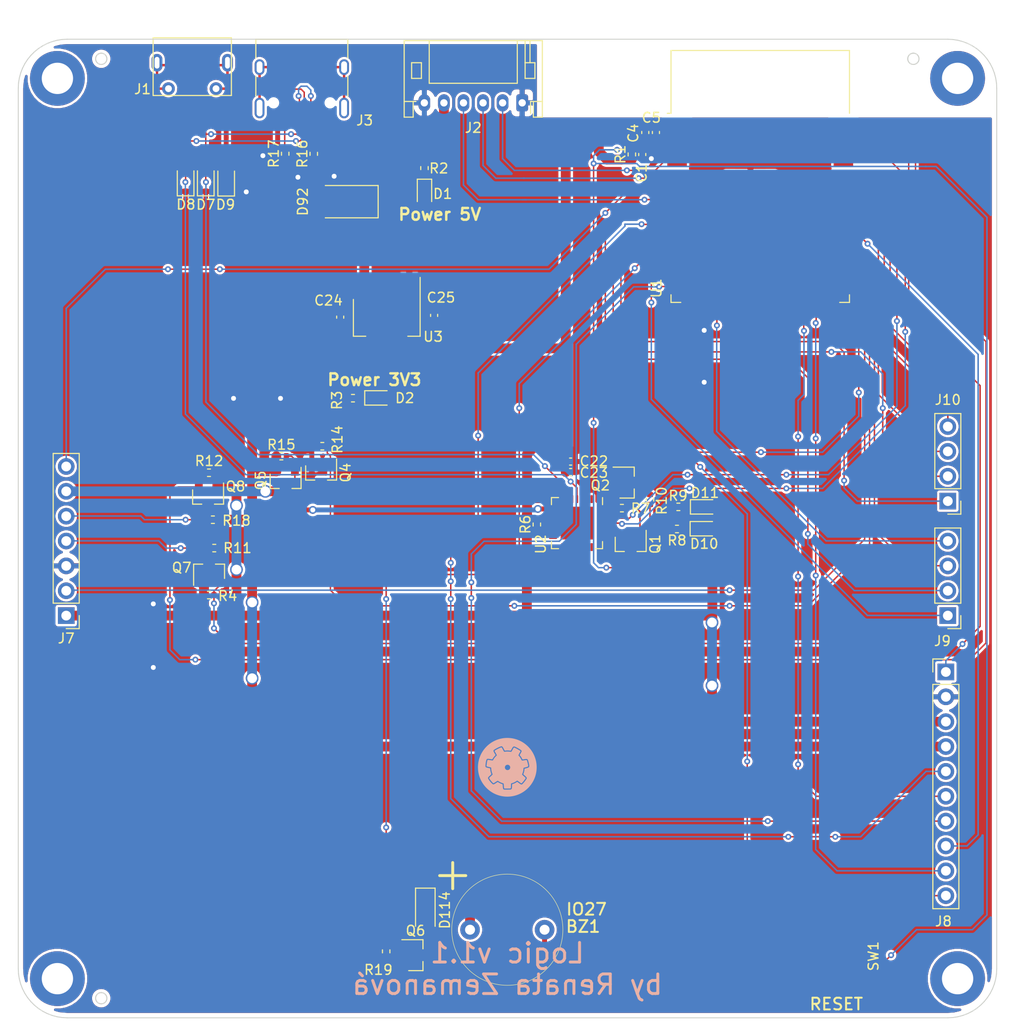
<source format=kicad_pcb>
(kicad_pcb (version 20171130) (host pcbnew 5.1.5+dfsg1-2build2)
  (layers (0 F.Cu signal) (31 B.Cu signal) (34 B.Paste user) (35 F.Paste user) (36 B.SilkS user) (37 F.SilkS user) (38 B.Mask user) (39 F.Mask user) (44 Edge.Cuts user))
  (net 0 "")
  (net 1 Board_1-/elektronika.sch/3V3)
  (net 2 Board_1-/elektronika.sch/DATA_HERNI_LED)
  (net 3 Board_1-/elektronika.sch/DATA_ZADANI_LED)
  (net 4 Board_1-/elektronika.sch/GND)
  (net 5 Board_1-/elektronika.sch/SENZOR_SVETLA)
  (net 6 Board_1-/elektronika.sch/SW_10)
  (net 7 Board_1-/elektronika.sch/SW_11)
  (net 8 Board_1-/elektronika.sch/SW_2)
  (net 9 Board_1-/elektronika.sch/SW_3)
  (net 10 Board_1-/elektronika.sch/SW_4)
  (net 11 Board_1-/elektronika.sch/SW_5)
  (net 12 Board_1-/elektronika.sch/SW_7)
  (net 13 Board_1-/elektronika.sch/SW_8)
  (net 14 Board_1-/elektronika.sch/SW_9)
  (net 15 Board_1-/elektronika.sch/V_LED_1)
  (net 16 Board_1-5V)
  (net 17 Board_1-DATA_HERNI_LED_LS)
  (net 18 Board_1-DATA_ZADANI_LED_LS)
  (net 19 Board_1-EN)
  (net 20 Board_1-IO0)
  (net 21 Board_1-IO12)
  (net 22 Board_1-IO15)
  (net 23 Board_1-IO2)
  (net 24 Board_1-IO22)
  (net 25 Board_1-IO33)
  (net 26 Board_1-IO5)
  (net 27 "Board_1-Net-(BZ1-Pad2)")
  (net 28 "Board_1-Net-(D1-Pad1)")
  (net 29 "Board_1-Net-(D10-Pad1)")
  (net 30 "Board_1-Net-(D11-Pad1)")
  (net 31 "Board_1-Net-(D2-Pad1)")
  (net 32 "Board_1-Net-(D7-Pad2)")
  (net 33 "Board_1-Net-(D8-Pad2)")
  (net 34 "Board_1-Net-(D9-Pad2)")
  (net 35 "Board_1-Net-(J1-Pad4)")
  (net 36 "Board_1-Net-(J1-Pad6)")
  (net 37 "Board_1-Net-(J3-PadA5)")
  (net 38 "Board_1-Net-(J3-PadA8)")
  (net 39 "Board_1-Net-(J3-PadB5)")
  (net 40 "Board_1-Net-(J3-PadB8)")
  (net 41 "Board_1-Net-(J3-PadS1)")
  (net 42 "Board_1-Net-(Q1-Pad1)")
  (net 43 "Board_1-Net-(Q1-Pad2)")
  (net 44 "Board_1-Net-(Q2-Pad1)")
  (net 45 "Board_1-Net-(Q2-Pad2)")
  (net 46 "Board_1-Net-(Q4-Pad3)")
  (net 47 "Board_1-Net-(R6-Pad2)")
  (net 48 "Board_1-Net-(R8-Pad2)")
  (net 49 "Board_1-Net-(R9-Pad2)")
  (net 50 "Board_1-Net-(U1-Pad17)")
  (net 51 "Board_1-Net-(U1-Pad18)")
  (net 52 "Board_1-Net-(U1-Pad19)")
  (net 53 "Board_1-Net-(U1-Pad20)")
  (net 54 "Board_1-Net-(U1-Pad21)")
  (net 55 "Board_1-Net-(U1-Pad22)")
  (net 56 "Board_1-Net-(U1-Pad32)")
  (net 57 "Board_1-Net-(U2-Pad1)")
  (net 58 "Board_1-Net-(U2-Pad10)")
  (net 59 "Board_1-Net-(U2-Pad11)")
  (net 60 "Board_1-Net-(U2-Pad12)")
  (net 61 "Board_1-Net-(U2-Pad13)")
  (net 62 "Board_1-Net-(U2-Pad14)")
  (net 63 "Board_1-Net-(U2-Pad15)")
  (net 64 "Board_1-Net-(U2-Pad16)")
  (net 65 "Board_1-Net-(U2-Pad17)")
  (net 66 "Board_1-Net-(U2-Pad2)")
  (net 67 "Board_1-Net-(U2-Pad20)")
  (net 68 "Board_1-Net-(U2-Pad21)")
  (net 69 "Board_1-Net-(U2-Pad22)")
  (net 70 "Board_1-Net-(U2-Pad23)")
  (net 71 "Board_1-Net-(U2-Pad27)")
  (net 72 Board_1-PIEZO)
  (net 73 Board_1-RX_ESP)
  (net 74 Board_1-TX_ESP)
  (net 75 Board_1-VSTUP1)
  (net 76 Board_1-VSTUP2)
  (net 77 Board_1-VSTUP3)
  (net 78 Board_1-ZAPINANI_1_CAST_LED)
  (module Capacitor_SMD:C_0402_1005Metric (layer F.Cu) (at 159.77 62.78 270)
    (fp_text reference C1 (at 1.89 0.06 90) (layer F.SilkS))
    (fp_text value 1u)
    (pad 1 smd roundrect (at -0.48 0 270) (size 0.56 0.62) (layers F.Cu F.Paste F.Mask) (net 19 Board_1-EN))
    (pad 2 smd roundrect (at 0.48 0 270) (size 0.56 0.62) (layers F.Cu F.Paste F.Mask) (net 4 Board_1-/elektronika.sch/GND))
  )
  (module Capacitor_SMD:C_0402_1005Metric (layer F.Cu) (at 160.08 60.53 270)
    (fp_text reference C4 (at 0.07 1.23 90) (layer F.SilkS))
    (fp_text value 10u)
    (pad 1 smd roundrect (at -0.48 0 270) (size 0.56 0.62) (layers F.Cu F.Paste F.Mask) (net 4 Board_1-/elektronika.sch/GND))
    (pad 2 smd roundrect (at 0.48 0 270) (size 0.56 0.62) (layers F.Cu F.Paste F.Mask) (net 1 Board_1-/elektronika.sch/3V3))
  )
  (module Capacitor_SMD:C_0402_1005Metric (layer F.Cu) (at 161.17 60.53 270)
    (fp_text reference C5 (at -1.51 0.47) (layer F.SilkS))
    (fp_text value 100n)
    (pad 1 smd roundrect (at -0.48 0 270) (size 0.56 0.62) (layers F.Cu F.Paste F.Mask) (net 4 Board_1-/elektronika.sch/GND))
    (pad 2 smd roundrect (at 0.48 0 270) (size 0.56 0.62) (layers F.Cu F.Paste F.Mask) (net 1 Board_1-/elektronika.sch/3V3))
  )
  (module Capacitor_SMD:C_0402_1005Metric (layer F.Cu) (at 152.45 95.23 180)
    (fp_text reference C23 (at -2.38 -0.07) (layer F.SilkS))
    (fp_text value 100n)
    (pad 1 smd roundrect (at -0.48 0 180) (size 0.56 0.62) (layers F.Cu F.Paste F.Mask) (net 4 Board_1-/elektronika.sch/GND))
    (pad 2 smd roundrect (at 0.48 0 180) (size 0.56 0.62) (layers F.Cu F.Paste F.Mask) (net 1 Board_1-/elektronika.sch/3V3))
  )
  (module LED_SMD:LED_0603_1608Metric (layer F.Cu) (at 137.515645 66.787371 270)
    (fp_text reference D1 (at 0.012629 -1.864355 180) (layer F.SilkS))
    (fp_text value green)
    (pad 1 smd roundrect (at -0.7875 0 270) (size 0.875 0.95) (layers F.Cu F.Paste F.Mask) (net 28 "Board_1-Net-(D1-Pad1)"))
    (pad 2 smd roundrect (at 0.7875 0 270) (size 0.875 0.95) (layers F.Cu F.Paste F.Mask) (net 16 Board_1-5V))
  )
  (module LED_SMD:LED_0603_1608Metric (layer F.Cu) (at 132.892 87.654)
    (fp_text reference D2 (at 2.608 0.016) (layer F.SilkS))
    (fp_text value green)
    (pad 1 smd roundrect (at -0.7875 0) (size 0.875 0.95) (layers F.Cu F.Paste F.Mask) (net 31 "Board_1-Net-(D2-Pad1)"))
    (pad 2 smd roundrect (at 0.7875 0) (size 0.875 0.95) (layers F.Cu F.Paste F.Mask) (net 1 Board_1-/elektronika.sch/3V3))
  )
  (module Diode_SMD:D_SOD-323 (layer F.Cu) (at 115.161371 65.500355 90)
    (fp_text reference D7 (at -2.399645 0 180) (layer F.SilkS))
    (fp_text value SD05_SOD323)
    (pad 1 smd rect (at -1.05 0 90) (size 0.6 0.45) (layers F.Cu F.Paste F.Mask) (net 4 Board_1-/elektronika.sch/GND))
    (pad 2 smd rect (at 1.05 0 90) (size 0.6 0.45) (layers F.Cu F.Paste F.Mask) (net 32 "Board_1-Net-(D7-Pad2)"))
  )
  (module Diode_SMD:D_SOD-323 (layer F.Cu) (at 113.101371 65.500355 90)
    (fp_text reference D8 (at -2.39 0.03) (layer F.SilkS))
    (fp_text value SD05_SOD323)
    (pad 1 smd rect (at -1.05 0 90) (size 0.6 0.45) (layers F.Cu F.Paste F.Mask) (net 4 Board_1-/elektronika.sch/GND))
    (pad 2 smd rect (at 1.05 0 90) (size 0.6 0.45) (layers F.Cu F.Paste F.Mask) (net 33 "Board_1-Net-(D8-Pad2)"))
  )
  (module LED_SMD:LED_0603_1608Metric (layer F.Cu) (at 166.15 101.02)
    (fp_text reference D10 (at -0.05 1.54) (layer F.SilkS))
    (fp_text value green)
    (pad 1 smd roundrect (at -0.7875 0) (size 0.875 0.95) (layers F.Cu F.Paste F.Mask) (net 29 "Board_1-Net-(D10-Pad1)"))
    (pad 2 smd roundrect (at 0.7875 0) (size 0.875 0.95) (layers F.Cu F.Paste F.Mask) (net 1 Board_1-/elektronika.sch/3V3))
  )
  (module LED_SMD:LED_0603_1608Metric (layer F.Cu) (at 166.1795 98.788)
    (fp_text reference D11 (at 0 -1.43) (layer F.SilkS))
    (fp_text value green)
    (pad 1 smd roundrect (at -0.7875 0) (size 0.875 0.95) (layers F.Cu F.Paste F.Mask) (net 30 "Board_1-Net-(D11-Pad1)"))
    (pad 2 smd roundrect (at 0.7875 0) (size 0.875 0.95) (layers F.Cu F.Paste F.Mask) (net 1 Board_1-/elektronika.sch/3V3))
  )
  (module MountingHole:MountingHole_3.2mm_M3_DIN965_Pad (layer F.Cu) (at 100 55)
    (fp_text reference H1 hide)
    (fp_text value MountingHole)
    (pad 1 thru_hole circle (at 0 0) (size 5.6 5.6) (drill 3.2) (layers *.Cu *.Mask))
  )
  (module MountingHole:MountingHole_3.2mm_M3_DIN965_Pad (layer F.Cu) (at 192 55)
    (fp_text reference H2 hide)
    (fp_text value MountingHole)
    (pad 1 thru_hole circle (at 0 0) (size 5.6 5.6) (drill 3.2) (layers *.Cu *.Mask))
  )
  (module MountingHole:MountingHole_3.2mm_M3_DIN965_Pad (layer F.Cu) (at 100 147)
    (fp_text reference H3 hide)
    (fp_text value MountingHole)
    (pad 1 thru_hole circle (at 0 0) (size 5.6 5.6) (drill 3.2) (layers *.Cu *.Mask))
  )
  (module MountingHole:MountingHole_3.2mm_M3_DIN965_Pad (layer F.Cu) (at 192 147)
    (fp_text reference H4 hide)
    (fp_text value MountingHole)
    (pad 1 thru_hole circle (at 0 0) (size 5.6 5.6) (drill 3.2) (layers *.Cu *.Mask))
  )
  (module Package_TO_SOT_SMD:SOT-23 (layer F.Cu) (at 158.59 102.59 270)
    (fp_text reference Q1 (at 0 -2.5 90) (layer F.SilkS))
    (fp_text value Q_NPN_BEC)
    (pad 1 smd rect (at -1 -0.95 270) (size 0.9 0.8) (layers F.Cu F.Paste F.Mask) (net 42 "Board_1-Net-(Q1-Pad1)"))
    (pad 2 smd rect (at -1 0.95 270) (size 0.9 0.8) (layers F.Cu F.Paste F.Mask) (net 43 "Board_1-Net-(Q1-Pad2)"))
    (pad 3 smd rect (at 1 0 270) (size 0.9 0.8) (layers F.Cu F.Paste F.Mask) (net 19 Board_1-EN))
  )
  (module Package_TO_SOT_SMD:SOT-23 (layer F.Cu) (at 158.192 96.308)
    (fp_text reference Q2 (at -2.712 0.292) (layer F.SilkS))
    (fp_text value Q_NPN_BEC)
    (pad 1 smd rect (at -1 -0.95) (size 0.9 0.8) (layers F.Cu F.Paste F.Mask) (net 44 "Board_1-Net-(Q2-Pad1)"))
    (pad 2 smd rect (at -1 0.95) (size 0.9 0.8) (layers F.Cu F.Paste F.Mask) (net 45 "Board_1-Net-(Q2-Pad2)"))
    (pad 3 smd rect (at 1 0) (size 0.9 0.8) (layers F.Cu F.Paste F.Mask) (net 20 Board_1-IO0))
  )
  (module Resistor_SMD:R_0402_1005Metric (layer F.Cu) (at 158.71 62.77 90)
    (fp_text reference R1 (at 0 -1.17 90) (layer F.SilkS))
    (fp_text value 10k)
    (pad 1 smd roundrect (at -0.51 0 90) (size 0.54 0.64) (layers F.Cu F.Paste F.Mask) (net 1 Board_1-/elektronika.sch/3V3))
    (pad 2 smd roundrect (at 0.51 0 90) (size 0.54 0.64) (layers F.Cu F.Paste F.Mask) (net 19 Board_1-EN))
  )
  (module Resistor_SMD:R_0402_1005Metric (layer F.Cu) (at 137.513645 64.167371 270)
    (fp_text reference R2 (at 0.032629 -1.466355 180) (layer F.SilkS))
    (fp_text value 10k)
    (pad 1 smd roundrect (at -0.51 0 270) (size 0.54 0.64) (layers F.Cu F.Paste F.Mask) (net 4 Board_1-/elektronika.sch/GND))
    (pad 2 smd roundrect (at 0.51 0 270) (size 0.54 0.64) (layers F.Cu F.Paste F.Mask) (net 28 "Board_1-Net-(D1-Pad1)"))
  )
  (module Resistor_SMD:R_0402_1005Metric (layer F.Cu) (at 130.206 87.682)
    (fp_text reference R3 (at -1.636 0.218 90) (layer F.SilkS))
    (fp_text value 10k)
    (pad 1 smd roundrect (at -0.51 0) (size 0.54 0.64) (layers F.Cu F.Paste F.Mask) (net 4 Board_1-/elektronika.sch/GND))
    (pad 2 smd roundrect (at 0.51 0) (size 0.54 0.64) (layers F.Cu F.Paste F.Mask) (net 31 "Board_1-Net-(D2-Pad1)"))
  )
  (module Resistor_SMD:R_0402_1005Metric (layer F.Cu) (at 149 100.59 90)
    (fp_text reference R6 (at 0 -1.17 90) (layer F.SilkS))
    (fp_text value 10k)
    (pad 1 smd roundrect (at -0.51 0 90) (size 0.54 0.64) (layers F.Cu F.Paste F.Mask) (net 1 Board_1-/elektronika.sch/3V3))
    (pad 2 smd roundrect (at 0.51 0 90) (size 0.54 0.64) (layers F.Cu F.Paste F.Mask) (net 47 "Board_1-Net-(R6-Pad2)"))
  )
  (module Resistor_SMD:R_0402_1005Metric (layer F.Cu) (at 157.692 98.918 180)
    (fp_text reference R7 (at -1.9 -0.03) (layer F.SilkS))
    (fp_text value 10k)
    (pad 1 smd roundrect (at -0.51 0 180) (size 0.54 0.64) (layers F.Cu F.Paste F.Mask) (net 42 "Board_1-Net-(Q1-Pad1)"))
    (pad 2 smd roundrect (at 0.51 0 180) (size 0.54 0.64) (layers F.Cu F.Paste F.Mask) (net 45 "Board_1-Net-(Q2-Pad2)"))
  )
  (module Resistor_SMD:R_0402_1005Metric (layer F.Cu) (at 163.462 98.788 180)
    (fp_text reference R9 (at 0.03 1.13) (layer F.SilkS))
    (fp_text value 10k)
    (pad 1 smd roundrect (at -0.51 0 180) (size 0.54 0.64) (layers F.Cu F.Paste F.Mask) (net 30 "Board_1-Net-(D11-Pad1)"))
    (pad 2 smd roundrect (at 0.51 0 180) (size 0.54 0.64) (layers F.Cu F.Paste F.Mask) (net 49 "Board_1-Net-(R9-Pad2)"))
  )
  (module Resistor_SMD:R_0402_1005Metric (layer F.Cu) (at 160.562 98.04 270)
    (fp_text reference R10 (at 0.12 -1.2 90) (layer F.SilkS))
    (fp_text value 10k)
    (pad 1 smd roundrect (at -0.51 0 270) (size 0.54 0.64) (layers F.Cu F.Paste F.Mask) (net 44 "Board_1-Net-(Q2-Pad1)"))
    (pad 2 smd roundrect (at 0.51 0 270) (size 0.54 0.64) (layers F.Cu F.Paste F.Mask) (net 43 "Board_1-Net-(Q1-Pad2)"))
  )
  (module Resistor_SMD:R_0402_1005Metric (layer F.Cu) (at 127.071371 92.590355 180)
    (fp_text reference R14 (at -1.55 0.68 270) (layer F.SilkS))
    (fp_text value 100k)
    (pad 1 smd roundrect (at -0.51 0 180) (size 0.54 0.64) (layers F.Cu F.Paste F.Mask) (net 78 Board_1-ZAPINANI_1_CAST_LED))
    (pad 2 smd roundrect (at 0.51 0 180) (size 0.54 0.64) (layers F.Cu F.Paste F.Mask) (net 4 Board_1-/elektronika.sch/GND))
  )
  (module Resistor_SMD:R_0402_1005Metric (layer F.Cu) (at 122.885371 93.606355)
    (fp_text reference R15 (at 0 -1.17) (layer F.SilkS))
    (fp_text value 100k)
    (pad 1 smd roundrect (at -0.51 0) (size 0.54 0.64) (layers F.Cu F.Paste F.Mask) (net 16 Board_1-5V))
    (pad 2 smd roundrect (at 0.51 0) (size 0.54 0.64) (layers F.Cu F.Paste F.Mask) (net 46 "Board_1-Net-(Q4-Pad3)"))
  )
  (module Package_DFN_QFN:QFN-28-1EP_5x5mm_P0.5mm_EP3.35x3.35mm (layer F.Cu) (at 153.102 100.448 270)
    (fp_text reference U2 (at 2.152 3.702 90) (layer F.SilkS))
    (fp_text value CP2102N-A01-GQFN28)
    (pad 1 smd roundrect (at -2.45 -1.5 270) (size 0.8 0.25) (layers F.Cu F.Paste F.Mask) (net 57 "Board_1-Net-(U2-Pad1)"))
    (pad 2 smd roundrect (at -2.45 -1 270) (size 0.8 0.25) (layers F.Cu F.Paste F.Mask) (net 66 "Board_1-Net-(U2-Pad2)"))
    (pad 3 smd roundrect (at -2.45 -0.5 270) (size 0.8 0.25) (layers F.Cu F.Paste F.Mask) (net 4 Board_1-/elektronika.sch/GND))
    (pad 4 smd roundrect (at -2.45 0 270) (size 0.8 0.25) (layers F.Cu F.Paste F.Mask) (net 33 "Board_1-Net-(D8-Pad2)"))
    (pad 5 smd roundrect (at -2.45 0.5 270) (size 0.8 0.25) (layers F.Cu F.Paste F.Mask) (net 32 "Board_1-Net-(D7-Pad2)"))
    (pad 6 smd roundrect (at -2.45 1 270) (size 0.8 0.25) (layers F.Cu F.Paste F.Mask) (net 1 Board_1-/elektronika.sch/3V3))
    (pad 7 smd roundrect (at -2.45 1.5 270) (size 0.8 0.25) (layers F.Cu F.Paste F.Mask) (net 1 Board_1-/elektronika.sch/3V3))
    (pad 8 smd roundrect (at -1.5 2.45 270) (size 0.25 0.8) (layers F.Cu F.Paste F.Mask) (net 16 Board_1-5V))
    (pad 9 smd roundrect (at -1 2.45 270) (size 0.25 0.8) (layers F.Cu F.Paste F.Mask) (net 47 "Board_1-Net-(R6-Pad2)"))
    (pad 10 smd roundrect (at -0.5 2.45 270) (size 0.25 0.8) (layers F.Cu F.Paste F.Mask) (net 58 "Board_1-Net-(U2-Pad10)"))
    (pad 11 smd roundrect (at 0 2.45 270) (size 0.25 0.8) (layers F.Cu F.Paste F.Mask) (net 59 "Board_1-Net-(U2-Pad11)"))
    (pad 12 smd roundrect (at 0.5 2.45 270) (size 0.25 0.8) (layers F.Cu F.Paste F.Mask) (net 60 "Board_1-Net-(U2-Pad12)"))
    (pad 13 smd roundrect (at 1 2.45 270) (size 0.25 0.8) (layers F.Cu F.Paste F.Mask) (net 61 "Board_1-Net-(U2-Pad13)"))
    (pad 14 smd roundrect (at 1.5 2.45 270) (size 0.25 0.8) (layers F.Cu F.Paste F.Mask) (net 62 "Board_1-Net-(U2-Pad14)"))
    (pad 15 smd roundrect (at 2.45 1.5 270) (size 0.8 0.25) (layers F.Cu F.Paste F.Mask) (net 63 "Board_1-Net-(U2-Pad15)"))
    (pad 16 smd roundrect (at 2.45 1 270) (size 0.8 0.25) (layers F.Cu F.Paste F.Mask) (net 64 "Board_1-Net-(U2-Pad16)"))
    (pad 17 smd roundrect (at 2.45 0.5 270) (size 0.8 0.25) (layers F.Cu F.Paste F.Mask) (net 65 "Board_1-Net-(U2-Pad17)"))
    (pad 18 smd roundrect (at 2.45 0 270) (size 0.8 0.25) (layers F.Cu F.Paste F.Mask) (net 49 "Board_1-Net-(R9-Pad2)"))
    (pad 19 smd roundrect (at 2.45 -0.5 270) (size 0.8 0.25) (layers F.Cu F.Paste F.Mask) (net 48 "Board_1-Net-(R8-Pad2)"))
    (pad 20 smd roundrect (at 2.45 -1 270) (size 0.8 0.25) (layers F.Cu F.Paste F.Mask) (net 67 "Board_1-Net-(U2-Pad20)"))
    (pad 21 smd roundrect (at 2.45 -1.5 270) (size 0.8 0.25) (layers F.Cu F.Paste F.Mask) (net 68 "Board_1-Net-(U2-Pad21)"))
    (pad 22 smd roundrect (at 1.5 -2.45 270) (size 0.25 0.8) (layers F.Cu F.Paste F.Mask) (net 69 "Board_1-Net-(U2-Pad22)"))
    (pad 23 smd roundrect (at 1 -2.45 270) (size 0.25 0.8) (layers F.Cu F.Paste F.Mask) (net 70 "Board_1-Net-(U2-Pad23)"))
    (pad 24 smd roundrect (at 0.5 -2.45 270) (size 0.25 0.8) (layers F.Cu F.Paste F.Mask) (net 43 "Board_1-Net-(Q1-Pad2)"))
    (pad 25 smd roundrect (at 0 -2.45 270) (size 0.25 0.8) (layers F.Cu F.Paste F.Mask) (net 74 Board_1-TX_ESP))
    (pad 26 smd roundrect (at -0.5 -2.45 270) (size 0.25 0.8) (layers F.Cu F.Paste F.Mask) (net 73 Board_1-RX_ESP))
    (pad 27 smd roundrect (at -1 -2.45 270) (size 0.25 0.8) (layers F.Cu F.Paste F.Mask) (net 71 "Board_1-Net-(U2-Pad27)"))
    (pad 28 smd roundrect (at -1.5 -2.45 270) (size 0.25 0.8) (layers F.Cu F.Paste F.Mask) (net 45 "Board_1-Net-(Q2-Pad2)"))
    (pad 29 smd rect (at 0 0 270) (size 3.35 3.35) (layers F.Cu F.Mask) (net 4 Board_1-/elektronika.sch/GND))
  )
  (module Package_TO_SOT_SMD:SOT-23 (layer F.Cu) (at 126.951371 95.290355 270)
    (fp_text reference Q4 (at 0 -2.5 90) (layer F.SilkS))
    (fp_text value Q_NMOS_GSD)
    (pad 1 smd rect (at -1 -0.95 270) (size 0.9 0.8) (layers F.Cu F.Paste F.Mask) (net 78 Board_1-ZAPINANI_1_CAST_LED))
    (pad 2 smd rect (at -1 0.95 270) (size 0.9 0.8) (layers F.Cu F.Paste F.Mask) (net 4 Board_1-/elektronika.sch/GND))
    (pad 3 smd rect (at 1 0 270) (size 0.9 0.8) (layers F.Cu F.Paste F.Mask) (net 46 "Board_1-Net-(Q4-Pad3)"))
  )
  (module Package_TO_SOT_SMD:SOT-23 (layer F.Cu) (at 123.321371 96.150355 270)
    (fp_text reference Q5 (at -0.06 2.55 90) (layer F.SilkS))
    (fp_text value Q_PMOS_GSD)
    (pad 1 smd rect (at -1 -0.95 270) (size 0.9 0.8) (layers F.Cu F.Paste F.Mask) (net 46 "Board_1-Net-(Q4-Pad3)"))
    (pad 2 smd rect (at -1 0.95 270) (size 0.9 0.8) (layers F.Cu F.Paste F.Mask) (net 16 Board_1-5V))
    (pad 3 smd rect (at 1 0 270) (size 0.9 0.8) (layers F.Cu F.Paste F.Mask) (net 15 Board_1-/elektronika.sch/V_LED_1))
  )
  (module Resistor_SMD:R_0402_1005Metric (layer F.Cu) (at 163.32 101.05 180)
    (fp_text reference R8 (at 0 -1.17) (layer F.SilkS))
    (fp_text value 10k)
    (pad 1 smd roundrect (at -0.51 0 180) (size 0.54 0.64) (layers F.Cu F.Paste F.Mask) (net 29 "Board_1-Net-(D10-Pad1)"))
    (pad 2 smd roundrect (at 0.51 0 180) (size 0.54 0.64) (layers F.Cu F.Paste F.Mask) (net 48 "Board_1-Net-(R8-Pad2)"))
  )
  (module Capacitor_SMD:C_0402_1005Metric (layer F.Cu) (at 152.45 94.16 180)
    (fp_text reference C22 (at -2.38 0.03) (layer F.SilkS))
    (fp_text value 10u)
    (pad 1 smd roundrect (at -0.48 0 180) (size 0.56 0.62) (layers F.Cu F.Paste F.Mask) (net 4 Board_1-/elektronika.sch/GND))
    (pad 2 smd roundrect (at 0.48 0 180) (size 0.56 0.62) (layers F.Cu F.Paste F.Mask) (net 1 Board_1-/elektronika.sch/3V3))
  )
  (module Diode_SMD:D_SMA (layer F.Cu) (at 129.38 67.6 180)
    (fp_text reference D92 (at 4.3 0 90) (layer F.SilkS))
    (fp_text value DIODE)
    (pad 1 smd rect (at -2 0 180) (size 2.5 1.8) (layers F.Cu F.Paste F.Mask) (net 16 Board_1-5V))
    (pad 2 smd rect (at 2 0 180) (size 2.5 1.8) (layers F.Cu F.Paste F.Mask) (net 34 "Board_1-Net-(D9-Pad2)"))
  )
  (module my_library:PIEZO (layer F.Cu) (at 145.98 142 90)
    (fp_text reference BZ1 (at 0.3259 7.7463 180) (layer F.SilkS) (effects (font (size 1.2 1.2) (thickness 0.2))))
    (fp_text value Buzzer)
    (pad 1 thru_hole circle (at 0 -3.81 90) (size 2 2) (drill 1.02) (layers *.Cu *.Mask) (net 16 Board_1-5V))
    (pad 2 thru_hole circle (at 0 3.81 90) (size 2 2) (drill 1.02) (layers *.Cu *.Mask) (net 27 "Board_1-Net-(BZ1-Pad2)"))
  )
  (module Diode_SMD:D_SOD-323 (layer F.Cu) (at 117.247371 65.522355 90)
    (fp_text reference D9 (at -2.377645 -0.067371 180) (layer F.SilkS))
    (fp_text value SD05_SOD323)
    (pad 1 smd rect (at -1.05 0 90) (size 0.6 0.45) (layers F.Cu F.Paste F.Mask) (net 4 Board_1-/elektronika.sch/GND))
    (pad 2 smd rect (at 1.05 0 90) (size 0.6 0.45) (layers F.Cu F.Paste F.Mask) (net 34 "Board_1-Net-(D9-Pad2)"))
  )
  (module my_library:RobotarnaLogo-6mm (layer B.Cu) (at 145.98 125.4)
    (fp_text reference DRA2 hide)
    (fp_text value Logo_Robotarna hide)
  )
  (module Resistor_SMD:R_0402_1005Metric (layer F.Cu) (at 126.2 62.71 90)
    (fp_text reference R16 (at 0 -1.17 90) (layer F.SilkS))
    (fp_text value 5k1)
    (pad 1 smd roundrect (at -0.51 0 90) (size 0.54 0.64) (layers F.Cu F.Paste F.Mask) (net 4 Board_1-/elektronika.sch/GND))
    (pad 2 smd roundrect (at 0.51 0 90) (size 0.54 0.64) (layers F.Cu F.Paste F.Mask) (net 37 "Board_1-Net-(J3-PadA5)"))
  )
  (module Resistor_SMD:R_0402_1005Metric (layer F.Cu) (at 123.28 62.7 90)
    (fp_text reference R17 (at 0 -1.17 90) (layer F.SilkS))
    (fp_text value 5k1)
    (pad 1 smd roundrect (at -0.51 0 90) (size 0.54 0.64) (layers F.Cu F.Paste F.Mask) (net 4 Board_1-/elektronika.sch/GND))
    (pad 2 smd roundrect (at 0.51 0 90) (size 0.54 0.64) (layers F.Cu F.Paste F.Mask) (net 39 "Board_1-Net-(J3-PadB5)"))
  )
  (module Connector_USB:USB_C_Receptacle_HRO_TYPE-C-31-M-12 (layer F.Cu) (at 124.98 54.9 180)
    (fp_text reference J3 (at -6.42 -4.4) (layer F.SilkS))
    (fp_text value USB_C_Receptacle_USB2.0)
    (pad S1 thru_hole oval (at 4.32 1.05 180) (size 1 1.6) (drill oval 0.6 1.2) (layers *.Cu *.Mask) (net 41 "Board_1-Net-(J3-PadS1)"))
    (pad "" np_thru_hole circle (at 2.89 -2.6 180) (size 0.65 0.65) (drill 0.65) (layers *.Cu *.Mask))
    (pad S1 thru_hole oval (at -4.32 1.05 180) (size 1 1.6) (drill oval 0.6 1.2) (layers *.Cu *.Mask) (net 41 "Board_1-Net-(J3-PadS1)"))
    (pad "" np_thru_hole circle (at -2.89 -2.6 180) (size 0.65 0.65) (drill 0.65) (layers *.Cu *.Mask))
    (pad S1 thru_hole oval (at -4.32 -3.13 180) (size 1 2.1) (drill oval 0.6 1.7) (layers *.Cu *.Mask) (net 41 "Board_1-Net-(J3-PadS1)"))
    (pad S1 thru_hole oval (at 4.32 -3.13 180) (size 1 2.1) (drill oval 0.6 1.7) (layers *.Cu *.Mask) (net 41 "Board_1-Net-(J3-PadS1)"))
    (pad A6 smd rect (at -0.25 -4.045 180) (size 0.3 1.45) (layers F.Cu F.Paste F.Mask) (net 33 "Board_1-Net-(D8-Pad2)"))
    (pad B5 smd rect (at 1.75 -4.045 180) (size 0.3 1.45) (layers F.Cu F.Paste F.Mask) (net 39 "Board_1-Net-(J3-PadB5)"))
    (pad A8 smd rect (at 1.25 -4.045 180) (size 0.3 1.45) (layers F.Cu F.Paste F.Mask) (net 38 "Board_1-Net-(J3-PadA8)"))
    (pad B6 smd rect (at 0.75 -4.045 180) (size 0.3 1.45) (layers F.Cu F.Paste F.Mask) (net 33 "Board_1-Net-(D8-Pad2)"))
    (pad A7 smd rect (at 0.25 -4.045 180) (size 0.3 1.45) (layers F.Cu F.Paste F.Mask) (net 32 "Board_1-Net-(D7-Pad2)"))
    (pad B7 smd rect (at -0.75 -4.045 180) (size 0.3 1.45) (layers F.Cu F.Paste F.Mask) (net 32 "Board_1-Net-(D7-Pad2)"))
    (pad A5 smd rect (at -1.25 -4.045 180) (size 0.3 1.45) (layers F.Cu F.Paste F.Mask) (net 37 "Board_1-Net-(J3-PadA5)"))
    (pad B8 smd rect (at -1.75 -4.045 180) (size 0.3 1.45) (layers F.Cu F.Paste F.Mask) (net 40 "Board_1-Net-(J3-PadB8)"))
    (pad A12 smd rect (at 3.25 -4.045 180) (size 0.6 1.45) (layers F.Cu F.Paste F.Mask) (net 4 Board_1-/elektronika.sch/GND))
    (pad B4 smd rect (at 2.45 -4.045 180) (size 0.6 1.45) (layers F.Cu F.Paste F.Mask) (net 34 "Board_1-Net-(D9-Pad2)"))
    (pad A4 smd rect (at -2.45 -4.045 180) (size 0.6 1.45) (layers F.Cu F.Paste F.Mask) (net 34 "Board_1-Net-(D9-Pad2)"))
    (pad A1 smd rect (at -3.25 -4.045 180) (size 0.6 1.45) (layers F.Cu F.Paste F.Mask) (net 4 Board_1-/elektronika.sch/GND))
    (pad B12 smd rect (at -3.25 -4.045 180) (size 0.6 1.45) (layers F.Cu F.Paste F.Mask) (net 4 Board_1-/elektronika.sch/GND))
    (pad B9 smd rect (at -2.45 -4.045 180) (size 0.6 1.45) (layers F.Cu F.Paste F.Mask) (net 34 "Board_1-Net-(D9-Pad2)"))
    (pad A9 smd rect (at 2.45 -4.045 180) (size 0.6 1.45) (layers F.Cu F.Paste F.Mask) (net 34 "Board_1-Net-(D9-Pad2)"))
    (pad B1 smd rect (at 3.25 -4.045 180) (size 0.6 1.45) (layers F.Cu F.Paste F.Mask) (net 4 Board_1-/elektronika.sch/GND))
  )
  (module RF_Module:ESP32-WROOM-32 (layer F.Cu) (at 171.83 68.015)
    (fp_text reference U1 (at -10.61 8.43 90) (layer F.SilkS))
    (fp_text value ESP32-WROOM-32)
    (pad 39 smd rect (at -1 -0.755) (size 5 5) (layers F.Cu F.Paste F.Mask) (net 4 Board_1-/elektronika.sch/GND))
    (pad 1 smd rect (at -8.5 -8.255) (size 2 0.9) (layers F.Cu F.Paste F.Mask) (net 4 Board_1-/elektronika.sch/GND))
    (pad 2 smd rect (at -8.5 -6.985) (size 2 0.9) (layers F.Cu F.Paste F.Mask) (net 1 Board_1-/elektronika.sch/3V3))
    (pad 3 smd rect (at -8.5 -5.715) (size 2 0.9) (layers F.Cu F.Paste F.Mask) (net 19 Board_1-EN))
    (pad 4 smd rect (at -8.5 -4.445) (size 2 0.9) (layers F.Cu F.Paste F.Mask) (net 76 Board_1-VSTUP2))
    (pad 5 smd rect (at -8.5 -3.175) (size 2 0.9) (layers F.Cu F.Paste F.Mask) (net 75 Board_1-VSTUP1))
    (pad 6 smd rect (at -8.5 -1.905) (size 2 0.9) (layers F.Cu F.Paste F.Mask) (net 5 Board_1-/elektronika.sch/SENZOR_SVETLA))
    (pad 7 smd rect (at -8.5 -0.635) (size 2 0.9) (layers F.Cu F.Paste F.Mask) (net 77 Board_1-VSTUP3))
    (pad 8 smd rect (at -8.5 0.635) (size 2 0.9) (layers F.Cu F.Paste F.Mask) (net 10 Board_1-/elektronika.sch/SW_4))
    (pad 9 smd rect (at -8.5 1.905) (size 2 0.9) (layers F.Cu F.Paste F.Mask) (net 25 Board_1-IO33))
    (pad 10 smd rect (at -8.5 3.175) (size 2 0.9) (layers F.Cu F.Paste F.Mask) (net 7 Board_1-/elektronika.sch/SW_11))
    (pad 11 smd rect (at -8.5 4.445) (size 2 0.9) (layers F.Cu F.Paste F.Mask) (net 13 Board_1-/elektronika.sch/SW_8))
    (pad 12 smd rect (at -8.5 5.715) (size 2 0.9) (layers F.Cu F.Paste F.Mask) (net 72 Board_1-PIEZO))
    (pad 13 smd rect (at -8.5 6.985) (size 2 0.9) (layers F.Cu F.Paste F.Mask) (net 11 Board_1-/elektronika.sch/SW_5))
    (pad 14 smd rect (at -8.5 8.255) (size 2 0.9) (layers F.Cu F.Paste F.Mask) (net 21 Board_1-IO12))
    (pad 15 smd rect (at -5.715 9.255 90) (size 2 0.9) (layers F.Cu F.Paste F.Mask) (net 4 Board_1-/elektronika.sch/GND))
    (pad 16 smd rect (at -4.445 9.255 90) (size 2 0.9) (layers F.Cu F.Paste F.Mask) (net 9 Board_1-/elektronika.sch/SW_3))
    (pad 17 smd rect (at -3.175 9.255 90) (size 2 0.9) (layers F.Cu F.Paste F.Mask) (net 50 "Board_1-Net-(U1-Pad17)"))
    (pad 18 smd rect (at -1.905 9.255 90) (size 2 0.9) (layers F.Cu F.Paste F.Mask) (net 51 "Board_1-Net-(U1-Pad18)"))
    (pad 19 smd rect (at -0.635 9.255 90) (size 2 0.9) (layers F.Cu F.Paste F.Mask) (net 52 "Board_1-Net-(U1-Pad19)"))
    (pad 20 smd rect (at 0.635 9.255 90) (size 2 0.9) (layers F.Cu F.Paste F.Mask) (net 53 "Board_1-Net-(U1-Pad20)"))
    (pad 21 smd rect (at 1.905 9.255 90) (size 2 0.9) (layers F.Cu F.Paste F.Mask) (net 54 "Board_1-Net-(U1-Pad21)"))
    (pad 22 smd rect (at 3.175 9.255 90) (size 2 0.9) (layers F.Cu F.Paste F.Mask) (net 55 "Board_1-Net-(U1-Pad22)"))
    (pad 23 smd rect (at 4.445 9.255 90) (size 2 0.9) (layers F.Cu F.Paste F.Mask) (net 22 Board_1-IO15))
    (pad 24 smd rect (at 5.715 9.255 90) (size 2 0.9) (layers F.Cu F.Paste F.Mask) (net 23 Board_1-IO2))
    (pad 25 smd rect (at 8.5 8.255) (size 2 0.9) (layers F.Cu F.Paste F.Mask) (net 20 Board_1-IO0))
    (pad 26 smd rect (at 8.5 6.985) (size 2 0.9) (layers F.Cu F.Paste F.Mask) (net 12 Board_1-/elektronika.sch/SW_7))
    (pad 27 smd rect (at 8.5 5.715) (size 2 0.9) (layers F.Cu F.Paste F.Mask) (net 78 Board_1-ZAPINANI_1_CAST_LED))
    (pad 28 smd rect (at 8.5 4.445) (size 2 0.9) (layers F.Cu F.Paste F.Mask) (net 8 Board_1-/elektronika.sch/SW_2))
    (pad 29 smd rect (at 8.5 3.175) (size 2 0.9) (layers F.Cu F.Paste F.Mask) (net 26 Board_1-IO5))
    (pad 30 smd rect (at 8.5 1.905) (size 2 0.9) (layers F.Cu F.Paste F.Mask) (net 14 Board_1-/elektronika.sch/SW_9))
    (pad 31 smd rect (at 8.5 0.635) (size 2 0.9) (layers F.Cu F.Paste F.Mask) (net 6 Board_1-/elektronika.sch/SW_10))
    (pad 32 smd rect (at 8.5 -0.635) (size 2 0.9) (layers F.Cu F.Paste F.Mask) (net 56 "Board_1-Net-(U1-Pad32)"))
    (pad 33 smd rect (at 8.5 -1.905) (size 2 0.9) (layers F.Cu F.Paste F.Mask) (net 18 Board_1-DATA_ZADANI_LED_LS))
    (pad 34 smd rect (at 8.5 -3.175) (size 2 0.9) (layers F.Cu F.Paste F.Mask) (net 73 Board_1-RX_ESP))
    (pad 35 smd rect (at 8.5 -4.445) (size 2 0.9) (layers F.Cu F.Paste F.Mask) (net 74 Board_1-TX_ESP))
    (pad 36 smd rect (at 8.5 -5.715) (size 2 0.9) (layers F.Cu F.Paste F.Mask) (net 24 Board_1-IO22))
    (pad 37 smd rect (at 8.5 -6.985) (size 2 0.9) (layers F.Cu F.Paste F.Mask) (net 17 Board_1-DATA_HERNI_LED_LS))
    (pad 38 smd rect (at 8.5 -8.255) (size 2 0.9) (layers F.Cu F.Paste F.Mask) (net 4 Board_1-/elektronika.sch/GND))
  )
  (module Connector_JST:JST_PH_S6B-PH-K_1x06_P2.00mm_Horizontal (layer F.Cu) (at 147.5 57.5 180)
    (fp_text reference J2 (at 5 -2.55) (layer F.SilkS))
    (fp_text value Conn_01x06_Male)
    (pad 1 thru_hole roundrect (at 0 0 180) (size 1.2 1.75) (drill 0.75) (layers *.Cu *.Mask) (roundrect_rratio 0.208333) (net 4 Board_1-/elektronika.sch/GND))
    (pad 2 thru_hole oval (at 2 0 180) (size 1.2 1.75) (drill 0.75) (layers *.Cu *.Mask) (net 76 Board_1-VSTUP2))
    (pad 3 thru_hole oval (at 4 0 180) (size 1.2 1.75) (drill 0.75) (layers *.Cu *.Mask) (net 75 Board_1-VSTUP1))
    (pad 4 thru_hole oval (at 6 0 180) (size 1.2 1.75) (drill 0.75) (layers *.Cu *.Mask) (net 77 Board_1-VSTUP3))
    (pad 5 thru_hole oval (at 8 0 180) (size 1.2 1.75) (drill 0.75) (layers *.Cu *.Mask) (net 16 Board_1-5V))
    (pad 6 thru_hole oval (at 10 0 180) (size 1.2 1.75) (drill 0.75) (layers *.Cu *.Mask) (net 4 Board_1-/elektronika.sch/GND))
  )
  (module Diode_SMD:D_SOD-123 (layer F.Cu) (at 137.6 140 270)
    (fp_text reference D114 (at 0 -2 90) (layer F.SilkS))
    (fp_text value D_Schottky)
    (pad 1 smd rect (at -1.65 0 270) (size 0.9 1.2) (layers F.Cu F.Paste F.Mask) (net 16 Board_1-5V))
    (pad 2 smd rect (at 1.65 0 270) (size 0.9 1.2) (layers F.Cu F.Paste F.Mask) (net 27 "Board_1-Net-(BZ1-Pad2)"))
  )
  (module Package_TO_SOT_SMD:SOT-23 (layer F.Cu) (at 136.6 144.6)
    (fp_text reference Q6 (at 0 -2.5) (layer F.SilkS))
    (fp_text value Q_NMOS_GSD)
    (pad 1 smd rect (at -1 -0.95) (size 0.9 0.8) (layers F.Cu F.Paste F.Mask) (net 72 Board_1-PIEZO))
    (pad 2 smd rect (at -1 0.95) (size 0.9 0.8) (layers F.Cu F.Paste F.Mask) (net 4 Board_1-/elektronika.sch/GND))
    (pad 3 smd rect (at 1 0) (size 0.9 0.8) (layers F.Cu F.Paste F.Mask) (net 27 "Board_1-Net-(BZ1-Pad2)"))
  )
  (module Resistor_SMD:R_0402_1005Metric (layer F.Cu) (at 133.6 144.21 90)
    (fp_text reference R19 (at -1.89 -0.8 180) (layer F.SilkS))
    (fp_text value 100k)
    (pad 1 smd roundrect (at -0.51 0 90) (size 0.54 0.64) (layers F.Cu F.Paste F.Mask) (net 4 Board_1-/elektronika.sch/GND))
    (pad 2 smd roundrect (at 0.51 0 90) (size 0.54 0.64) (layers F.Cu F.Paste F.Mask) (net 72 Board_1-PIEZO))
  )
  (module Capacitor_SMD:C_0402_1005Metric (layer F.Cu) (at 128.9 79.4 270)
    (fp_text reference C24 (at -1.7 1.2 180) (layer F.SilkS))
    (fp_text value 10u)
    (pad 1 smd roundrect (at -0.48 0 270) (size 0.56 0.62) (layers F.Cu F.Paste F.Mask) (net 16 Board_1-5V))
    (pad 2 smd roundrect (at 0.48 0 270) (size 0.56 0.62) (layers F.Cu F.Paste F.Mask) (net 4 Board_1-/elektronika.sch/GND))
  )
  (module Capacitor_SMD:C_0402_1005Metric (layer F.Cu) (at 138.5 79.22 90)
    (fp_text reference C25 (at 1.82 0.7 180) (layer F.SilkS))
    (fp_text value 10u)
    (pad 1 smd roundrect (at -0.48 0 90) (size 0.56 0.62) (layers F.Cu F.Paste F.Mask) (net 1 Board_1-/elektronika.sch/3V3))
    (pad 2 smd roundrect (at 0.48 0 90) (size 0.56 0.62) (layers F.Cu F.Paste F.Mask) (net 4 Board_1-/elektronika.sch/GND))
  )
  (module Package_TO_SOT_SMD:SOT-223-3_TabPin2 (layer F.Cu) (at 133.66 79.44 270)
    (fp_text reference U3 (at 1.96 -4.74 180) (layer F.SilkS))
    (fp_text value AMS1117-3.3)
    (pad 2 smd rect (at 3.15 0 270) (size 2 3.8) (layers F.Cu F.Paste F.Mask) (net 1 Board_1-/elektronika.sch/3V3))
    (pad 2 smd rect (at -3.15 0 270) (size 2 1.5) (layers F.Cu F.Paste F.Mask) (net 1 Board_1-/elektronika.sch/3V3))
    (pad 3 smd rect (at -3.15 2.3 270) (size 2 1.5) (layers F.Cu F.Paste F.Mask) (net 16 Board_1-5V))
    (pad 1 smd rect (at -3.15 -2.3 270) (size 2 1.5) (layers F.Cu F.Paste F.Mask) (net 4 Board_1-/elektronika.sch/GND))
  )
  (module my_library:Tactile_switch (layer F.Cu) (at 179.9 144.7 270)
    (fp_text reference SW1 (at 0 -3.5 270) (layer F.SilkS))
    (fp_text value button)
    (pad 1 smd rect (at 2.8 -1.85 270) (size 1.3 0.7) (layers F.Cu F.Paste F.Mask) (net 19 Board_1-EN))
    (pad 2 smd rect (at 2.8 1.8 270) (size 1.3 0.7) (layers F.Cu F.Paste F.Mask) (net 4 Board_1-/elektronika.sch/GND))
    (pad 3 smd rect (at -2.8 1.8 270) (size 1.3 0.7) (layers F.Cu F.Paste F.Mask))
    (pad 4 smd rect (at -2.8 -1.85 270) (size 1.3 0.7) (layers F.Cu F.Paste F.Mask))
  )
  (module Package_TO_SOT_SMD:SOT-23 (layer F.Cu) (at 115.5 105.4 90)
    (fp_text reference Q7 (at 0.4 -2.8 180) (layer F.SilkS))
    (fp_text value Q_NMOS_GSD)
    (pad 1 smd rect (at -1 -0.95 90) (size 0.9 0.8) (layers F.Cu F.Paste F.Mask) (net 1 Board_1-/elektronika.sch/3V3))
    (pad 2 smd rect (at -1 0.95 90) (size 0.9 0.8) (layers F.Cu F.Paste F.Mask) (net 18 Board_1-DATA_ZADANI_LED_LS))
    (pad 3 smd rect (at 1 0 90) (size 0.9 0.8) (layers F.Cu F.Paste F.Mask) (net 3 Board_1-/elektronika.sch/DATA_ZADANI_LED))
  )
  (module Resistor_SMD:R_0402_1005Metric (layer F.Cu) (at 115.49 107.8)
    (fp_text reference R4 (at 1.91 0.1) (layer F.SilkS))
    (fp_text value 10k)
    (pad 1 smd roundrect (at -0.51 0) (size 0.54 0.64) (layers F.Cu F.Paste F.Mask) (net 1 Board_1-/elektronika.sch/3V3))
    (pad 2 smd roundrect (at 0.51 0) (size 0.54 0.64) (layers F.Cu F.Paste F.Mask) (net 18 Board_1-DATA_ZADANI_LED_LS))
  )
  (module Resistor_SMD:R_0402_1005Metric (layer F.Cu) (at 116.03 103 180)
    (fp_text reference R11 (at -2.37 0) (layer F.SilkS))
    (fp_text value 10k)
    (pad 1 smd roundrect (at -0.51 0 180) (size 0.54 0.64) (layers F.Cu F.Paste F.Mask) (net 16 Board_1-5V))
    (pad 2 smd roundrect (at 0.51 0 180) (size 0.54 0.64) (layers F.Cu F.Paste F.Mask) (net 3 Board_1-/elektronika.sch/DATA_ZADANI_LED))
  )
  (module Resistor_SMD:R_0402_1005Metric (layer F.Cu) (at 115.49 95.3 180)
    (fp_text reference R12 (at -0.01 1.2) (layer F.SilkS))
    (fp_text value 10k)
    (pad 1 smd roundrect (at -0.51 0 180) (size 0.54 0.64) (layers F.Cu F.Paste F.Mask) (net 1 Board_1-/elektronika.sch/3V3))
    (pad 2 smd roundrect (at 0.51 0 180) (size 0.54 0.64) (layers F.Cu F.Paste F.Mask) (net 17 Board_1-DATA_HERNI_LED_LS))
  )
  (module Resistor_SMD:R_0402_1005Metric (layer F.Cu) (at 115.89 100.1 180)
    (fp_text reference R18 (at -2.41 -0.1) (layer F.SilkS))
    (fp_text value 10k)
    (pad 1 smd roundrect (at -0.51 0 180) (size 0.54 0.64) (layers F.Cu F.Paste F.Mask) (net 16 Board_1-5V))
    (pad 2 smd roundrect (at 0.51 0 180) (size 0.54 0.64) (layers F.Cu F.Paste F.Mask) (net 2 Board_1-/elektronika.sch/DATA_HERNI_LED))
  )
  (module Package_TO_SOT_SMD:SOT-23 (layer F.Cu) (at 115.4 97.75 270)
    (fp_text reference Q8 (at -1.05 -2.8 180) (layer F.SilkS))
    (fp_text value Q_NMOS_GSD)
    (pad 1 smd rect (at -1 -0.95 270) (size 0.9 0.8) (layers F.Cu F.Paste F.Mask) (net 1 Board_1-/elektronika.sch/3V3))
    (pad 2 smd rect (at -1 0.95 270) (size 0.9 0.8) (layers F.Cu F.Paste F.Mask) (net 17 Board_1-DATA_HERNI_LED_LS))
    (pad 3 smd rect (at 1 0 270) (size 0.9 0.8) (layers F.Cu F.Paste F.Mask) (net 2 Board_1-/elektronika.sch/DATA_HERNI_LED))
  )
  (module my_library:USB_micro_JLCPCB_con (layer F.Cu) (at 113.78 53.4 180)
    (fp_text reference J1 (at 5.08 -2.7) (layer F.SilkS))
    (fp_text value USB_B_Micro)
    (pad 6 thru_hole circle (at -2.43 -2.65 180) (size 1.3 1.3) (drill 0.7) (layers *.Cu *.Mask) (net 36 "Board_1-Net-(J1-Pad6)"))
    (pad 6 thru_hole circle (at 2.43 -2.65 180) (size 1.3 1.3) (drill 0.7) (layers *.Cu *.Mask) (net 36 "Board_1-Net-(J1-Pad6)"))
    (pad 6 thru_hole oval (at -3.6 0 180) (size 1.1 1.8) (drill oval 0.5 1.2) (layers *.Cu *.Mask) (net 36 "Board_1-Net-(J1-Pad6)"))
    (pad 6 thru_hole oval (at 3.6 0 180) (size 1.1 1.8) (drill oval 0.5 1.2) (layers *.Cu *.Mask) (net 36 "Board_1-Net-(J1-Pad6)"))
    (pad 3 smd rect (at 0 -2.65 180) (size 0.4 1.35) (layers F.Cu F.Paste F.Mask) (net 33 "Board_1-Net-(D8-Pad2)"))
    (pad 5 smd rect (at 1.3 -2.65 180) (size 0.4 1.35) (layers F.Cu F.Paste F.Mask) (net 4 Board_1-/elektronika.sch/GND))
    (pad 1 smd rect (at -1.3 -2.65 180) (size 0.4 1.35) (layers F.Cu F.Paste F.Mask) (net 34 "Board_1-Net-(D9-Pad2)"))
    (pad 2 smd rect (at -0.65 -2.65 180) (size 0.4 1.35) (layers F.Cu F.Paste F.Mask) (net 32 "Board_1-Net-(D7-Pad2)"))
    (pad 4 smd rect (at 0.65 -2.65 180) (size 0.4 1.35) (layers F.Cu F.Paste F.Mask) (net 35 "Board_1-Net-(J1-Pad4)"))
  )
  (module Connector_PinHeader_2.54mm:PinHeader_1x07_P2.54mm_Vertical (layer F.Cu) (at 100.9 109.9 180)
    (fp_text reference J7 (at 0 -2.33) (layer F.SilkS))
    (fp_text value Conn_01x07_Male)
    (pad 1 thru_hole rect (at 0 0 180) (size 1.7 1.7) (drill 1) (layers *.Cu *.Mask) (net 1 Board_1-/elektronika.sch/3V3))
    (pad 2 thru_hole oval (at 0 2.54 180) (size 1.7 1.7) (drill 1) (layers *.Cu *.Mask) (net 12 Board_1-/elektronika.sch/SW_7))
    (pad 3 thru_hole oval (at 0 5.08 180) (size 1.7 1.7) (drill 1) (layers *.Cu *.Mask) (net 4 Board_1-/elektronika.sch/GND))
    (pad 4 thru_hole oval (at 0 7.62 180) (size 1.7 1.7) (drill 1) (layers *.Cu *.Mask) (net 3 Board_1-/elektronika.sch/DATA_ZADANI_LED))
    (pad 5 thru_hole oval (at 0 10.16 180) (size 1.7 1.7) (drill 1) (layers *.Cu *.Mask) (net 2 Board_1-/elektronika.sch/DATA_HERNI_LED))
    (pad 6 thru_hole oval (at 0 12.7 180) (size 1.7 1.7) (drill 1) (layers *.Cu *.Mask) (net 15 Board_1-/elektronika.sch/V_LED_1))
    (pad 7 thru_hole oval (at 0 15.24 180) (size 1.7 1.7) (drill 1) (layers *.Cu *.Mask) (net 5 Board_1-/elektronika.sch/SENZOR_SVETLA))
  )
  (module Connector_PinHeader_2.54mm:PinHeader_1x10_P2.54mm_Vertical (layer F.Cu) (at 190.8 115.66)
    (fp_text reference J8 (at -0.25 25.49) (layer F.SilkS))
    (fp_text value Conn_01x10_Male)
    (pad 1 thru_hole rect (at 0 0) (size 1.7 1.7) (drill 1) (layers *.Cu *.Mask) (net 24 Board_1-IO22))
    (pad 2 thru_hole oval (at 0 2.54) (size 1.7 1.7) (drill 1) (layers *.Cu *.Mask) (net 4 Board_1-/elektronika.sch/GND))
    (pad 3 thru_hole oval (at 0 5.08) (size 1.7 1.7) (drill 1) (layers *.Cu *.Mask) (net 1 Board_1-/elektronika.sch/3V3))
    (pad 4 thru_hole oval (at 0 7.62) (size 1.7 1.7) (drill 1) (layers *.Cu *.Mask) (net 16 Board_1-5V))
    (pad 5 thru_hole oval (at 0 10.16) (size 1.7 1.7) (drill 1) (layers *.Cu *.Mask) (net 25 Board_1-IO33))
    (pad 6 thru_hole oval (at 0 12.7) (size 1.7 1.7) (drill 1) (layers *.Cu *.Mask) (net 22 Board_1-IO15))
    (pad 7 thru_hole oval (at 0 15.24) (size 1.7 1.7) (drill 1) (layers *.Cu *.Mask) (net 21 Board_1-IO12))
    (pad 8 thru_hole oval (at 0 17.78) (size 1.7 1.7) (drill 1) (layers *.Cu *.Mask) (net 26 Board_1-IO5))
    (pad 9 thru_hole oval (at 0 20.32) (size 1.7 1.7) (drill 1) (layers *.Cu *.Mask) (net 23 Board_1-IO2))
    (pad 10 thru_hole oval (at 0 22.86) (size 1.7 1.7) (drill 1) (layers *.Cu *.Mask) (net 20 Board_1-IO0))
  )
  (module Connector_PinHeader_2.54mm:PinHeader_1x04_P2.54mm_Vertical (layer F.Cu) (at 191 109.9 180)
    (fp_text reference J9 (at 0.55 -2.6) (layer F.SilkS))
    (fp_text value Conn_01x04_Male)
    (pad 1 thru_hole rect (at 0 0 180) (size 1.7 1.7) (drill 1) (layers *.Cu *.Mask) (net 11 Board_1-/elektronika.sch/SW_5))
    (pad 2 thru_hole oval (at 0 2.54 180) (size 1.7 1.7) (drill 1) (layers *.Cu *.Mask) (net 10 Board_1-/elektronika.sch/SW_4))
    (pad 3 thru_hole oval (at 0 5.08 180) (size 1.7 1.7) (drill 1) (layers *.Cu *.Mask) (net 8 Board_1-/elektronika.sch/SW_2))
    (pad 4 thru_hole oval (at 0 7.62 180) (size 1.7 1.7) (drill 1) (layers *.Cu *.Mask) (net 9 Board_1-/elektronika.sch/SW_3))
  )
  (module Connector_PinHeader_2.54mm:PinHeader_1x04_P2.54mm_Vertical (layer F.Cu) (at 191 98.2 180)
    (fp_text reference J10 (at 0 10.35) (layer F.SilkS))
    (fp_text value Conn_01x04_Male)
    (pad 1 thru_hole rect (at 0 0 180) (size 1.7 1.7) (drill 1) (layers *.Cu *.Mask) (net 13 Board_1-/elektronika.sch/SW_8))
    (pad 2 thru_hole oval (at 0 2.54 180) (size 1.7 1.7) (drill 1) (layers *.Cu *.Mask) (net 7 Board_1-/elektronika.sch/SW_11))
    (pad 3 thru_hole oval (at 0 5.08 180) (size 1.7 1.7) (drill 1) (layers *.Cu *.Mask) (net 14 Board_1-/elektronika.sch/SW_9))
    (pad 4 thru_hole oval (at 0 7.62 180) (size 1.7 1.7) (drill 1) (layers *.Cu *.Mask) (net 6 Board_1-/elektronika.sch/SW_10))
  )
  (gr_line (start 105.0436 149.1139) (end 105.0521 149.0573) (layer Edge.Cuts) (width 0.1))
  (gr_line (start 105.0295 149.1695) (end 105.0436 149.1139) (layer Edge.Cuts) (width 0.1))
  (gr_line (start 105.0098 149.2233) (end 105.0295 149.1695) (layer Edge.Cuts) (width 0.1))
  (gr_line (start 104.985 149.275) (end 105.0098 149.2233) (layer Edge.Cuts) (width 0.1))
  (gr_line (start 104.9551 149.3239) (end 104.985 149.275) (layer Edge.Cuts) (width 0.1))
  (gr_line (start 104.9205 149.3696) (end 104.9551 149.3239) (layer Edge.Cuts) (width 0.1))
  (gr_line (start 104.8815 149.4116) (end 104.9205 149.3696) (layer Edge.Cuts) (width 0.1))
  (gr_line (start 104.8385 149.4496) (end 104.8815 149.4116) (layer Edge.Cuts) (width 0.1))
  (gr_line (start 104.792 149.483) (end 104.8385 149.4496) (layer Edge.Cuts) (width 0.1))
  (gr_line (start 104.7423 149.5117) (end 104.792 149.483) (layer Edge.Cuts) (width 0.1))
  (gr_line (start 104.6901 149.5353) (end 104.7423 149.5117) (layer Edge.Cuts) (width 0.1))
  (gr_line (start 104.6357 149.5535) (end 104.6901 149.5353) (layer Edge.Cuts) (width 0.1))
  (gr_line (start 104.5798 149.5663) (end 104.6357 149.5535) (layer Edge.Cuts) (width 0.1))
  (gr_line (start 104.523 149.5734) (end 104.5798 149.5663) (layer Edge.Cuts) (width 0.1))
  (gr_line (start 104.4657 149.5748) (end 104.523 149.5734) (layer Edge.Cuts) (width 0.1))
  (gr_line (start 104.4085 149.5705) (end 104.4657 149.5748) (layer Edge.Cuts) (width 0.1))
  (gr_line (start 104.3521 149.5606) (end 104.4085 149.5705) (layer Edge.Cuts) (width 0.1))
  (gr_line (start 104.2969 149.5451) (end 104.3521 149.5606) (layer Edge.Cuts) (width 0.1))
  (gr_line (start 104.2435 149.5241) (end 104.2969 149.5451) (layer Edge.Cuts) (width 0.1))
  (gr_line (start 104.1925 149.498) (end 104.2435 149.5241) (layer Edge.Cuts) (width 0.1))
  (gr_line (start 104.1443 149.4669) (end 104.1925 149.498) (layer Edge.Cuts) (width 0.1))
  (gr_line (start 104.0995 149.4311) (end 104.1443 149.4669) (layer Edge.Cuts) (width 0.1))
  (gr_line (start 104.0585 149.3911) (end 104.0995 149.4311) (layer Edge.Cuts) (width 0.1))
  (gr_line (start 104.0216 149.3472) (end 104.0585 149.3911) (layer Edge.Cuts) (width 0.1))
  (gr_line (start 103.9894 149.2998) (end 104.0216 149.3472) (layer Edge.Cuts) (width 0.1))
  (gr_line (start 103.9619 149.2495) (end 103.9894 149.2998) (layer Edge.Cuts) (width 0.1))
  (gr_line (start 103.9397 149.1967) (end 103.9619 149.2495) (layer Edge.Cuts) (width 0.1))
  (gr_line (start 103.9228 149.1419) (end 103.9397 149.1967) (layer Edge.Cuts) (width 0.1))
  (gr_line (start 103.9114 149.0857) (end 103.9228 149.1419) (layer Edge.Cuts) (width 0.1))
  (gr_line (start 103.9057 149.0287) (end 103.9114 149.0857) (layer Edge.Cuts) (width 0.1))
  (gr_line (start 103.9057 148.9713) (end 103.9057 149.0287) (layer Edge.Cuts) (width 0.1))
  (gr_line (start 103.9114 148.9143) (end 103.9057 148.9713) (layer Edge.Cuts) (width 0.1))
  (gr_line (start 103.9228 148.8581) (end 103.9114 148.9143) (layer Edge.Cuts) (width 0.1))
  (gr_line (start 103.9397 148.8033) (end 103.9228 148.8581) (layer Edge.Cuts) (width 0.1))
  (gr_line (start 103.9619 148.7505) (end 103.9397 148.8033) (layer Edge.Cuts) (width 0.1))
  (gr_line (start 103.9894 148.7002) (end 103.9619 148.7505) (layer Edge.Cuts) (width 0.1))
  (gr_line (start 104.0216 148.6528) (end 103.9894 148.7002) (layer Edge.Cuts) (width 0.1))
  (gr_line (start 104.0585 148.6089) (end 104.0216 148.6528) (layer Edge.Cuts) (width 0.1))
  (gr_line (start 104.0995 148.5689) (end 104.0585 148.6089) (layer Edge.Cuts) (width 0.1))
  (gr_line (start 104.1443 148.5331) (end 104.0995 148.5689) (layer Edge.Cuts) (width 0.1))
  (gr_line (start 104.1925 148.502) (end 104.1443 148.5331) (layer Edge.Cuts) (width 0.1))
  (gr_line (start 104.2435 148.4759) (end 104.1925 148.502) (layer Edge.Cuts) (width 0.1))
  (gr_line (start 104.2969 148.4549) (end 104.2435 148.4759) (layer Edge.Cuts) (width 0.1))
  (gr_line (start 104.3521 148.4394) (end 104.2969 148.4549) (layer Edge.Cuts) (width 0.1))
  (gr_line (start 104.4085 148.4295) (end 104.3521 148.4394) (layer Edge.Cuts) (width 0.1))
  (gr_line (start 104.4657 148.4252) (end 104.4085 148.4295) (layer Edge.Cuts) (width 0.1))
  (gr_line (start 104.523 148.4266) (end 104.4657 148.4252) (layer Edge.Cuts) (width 0.1))
  (gr_line (start 104.5798 148.4337) (end 104.523 148.4266) (layer Edge.Cuts) (width 0.1))
  (gr_line (start 104.6357 148.4465) (end 104.5798 148.4337) (layer Edge.Cuts) (width 0.1))
  (gr_line (start 104.6901 148.4647) (end 104.6357 148.4465) (layer Edge.Cuts) (width 0.1))
  (gr_line (start 104.7423 148.4883) (end 104.6901 148.4647) (layer Edge.Cuts) (width 0.1))
  (gr_line (start 104.792 148.517) (end 104.7423 148.4883) (layer Edge.Cuts) (width 0.1))
  (gr_line (start 104.8385 148.5504) (end 104.792 148.517) (layer Edge.Cuts) (width 0.1))
  (gr_line (start 104.8815 148.5884) (end 104.8385 148.5504) (layer Edge.Cuts) (width 0.1))
  (gr_line (start 104.9205 148.6304) (end 104.8815 148.5884) (layer Edge.Cuts) (width 0.1))
  (gr_line (start 104.9551 148.6761) (end 104.9205 148.6304) (layer Edge.Cuts) (width 0.1))
  (gr_line (start 104.985 148.725) (end 104.9551 148.6761) (layer Edge.Cuts) (width 0.1))
  (gr_line (start 105.0098 148.7767) (end 104.985 148.725) (layer Edge.Cuts) (width 0.1))
  (gr_line (start 105.0295 148.8305) (end 105.0098 148.7767) (layer Edge.Cuts) (width 0.1))
  (gr_line (start 105.0436 148.8861) (end 105.0295 148.8305) (layer Edge.Cuts) (width 0.1))
  (gr_line (start 105.0521 148.9427) (end 105.0436 148.8861) (layer Edge.Cuts) (width 0.1))
  (gr_line (start 105.055 149) (end 105.0521 148.9427) (layer Edge.Cuts) (width 0.1))
  (gr_line (start 105.0521 149.0573) (end 105.055 149) (layer Edge.Cuts) (width 0.1))
  (gr_line (start 105.0436 53.1139) (end 105.0521 53.0573) (layer Edge.Cuts) (width 0.1))
  (gr_line (start 105.0295 53.1695) (end 105.0436 53.1139) (layer Edge.Cuts) (width 0.1))
  (gr_line (start 105.0098 53.2233) (end 105.0295 53.1695) (layer Edge.Cuts) (width 0.1))
  (gr_line (start 104.985 53.275) (end 105.0098 53.2233) (layer Edge.Cuts) (width 0.1))
  (gr_line (start 104.9551 53.3239) (end 104.985 53.275) (layer Edge.Cuts) (width 0.1))
  (gr_line (start 104.9205 53.3696) (end 104.9551 53.3239) (layer Edge.Cuts) (width 0.1))
  (gr_line (start 104.8815 53.4116) (end 104.9205 53.3696) (layer Edge.Cuts) (width 0.1))
  (gr_line (start 104.8385 53.4496) (end 104.8815 53.4116) (layer Edge.Cuts) (width 0.1))
  (gr_line (start 104.792 53.483) (end 104.8385 53.4496) (layer Edge.Cuts) (width 0.1))
  (gr_line (start 104.7423 53.5117) (end 104.792 53.483) (layer Edge.Cuts) (width 0.1))
  (gr_line (start 104.6901 53.5353) (end 104.7423 53.5117) (layer Edge.Cuts) (width 0.1))
  (gr_line (start 104.6357 53.5535) (end 104.6901 53.5353) (layer Edge.Cuts) (width 0.1))
  (gr_line (start 104.5798 53.5663) (end 104.6357 53.5535) (layer Edge.Cuts) (width 0.1))
  (gr_line (start 104.523 53.5734) (end 104.5798 53.5663) (layer Edge.Cuts) (width 0.1))
  (gr_line (start 104.4657 53.5748) (end 104.523 53.5734) (layer Edge.Cuts) (width 0.1))
  (gr_line (start 104.4085 53.5705) (end 104.4657 53.5748) (layer Edge.Cuts) (width 0.1))
  (gr_line (start 104.3521 53.5606) (end 104.4085 53.5705) (layer Edge.Cuts) (width 0.1))
  (gr_line (start 104.2969 53.5451) (end 104.3521 53.5606) (layer Edge.Cuts) (width 0.1))
  (gr_line (start 104.2435 53.5241) (end 104.2969 53.5451) (layer Edge.Cuts) (width 0.1))
  (gr_line (start 104.1925 53.498) (end 104.2435 53.5241) (layer Edge.Cuts) (width 0.1))
  (gr_line (start 104.1443 53.4669) (end 104.1925 53.498) (layer Edge.Cuts) (width 0.1))
  (gr_line (start 104.0995 53.4311) (end 104.1443 53.4669) (layer Edge.Cuts) (width 0.1))
  (gr_line (start 104.0585 53.3911) (end 104.0995 53.4311) (layer Edge.Cuts) (width 0.1))
  (gr_line (start 104.0216 53.3472) (end 104.0585 53.3911) (layer Edge.Cuts) (width 0.1))
  (gr_line (start 103.9894 53.2998) (end 104.0216 53.3472) (layer Edge.Cuts) (width 0.1))
  (gr_line (start 103.9619 53.2495) (end 103.9894 53.2998) (layer Edge.Cuts) (width 0.1))
  (gr_line (start 103.9397 53.1967) (end 103.9619 53.2495) (layer Edge.Cuts) (width 0.1))
  (gr_line (start 103.9228 53.1419) (end 103.9397 53.1967) (layer Edge.Cuts) (width 0.1))
  (gr_line (start 103.9114 53.0857) (end 103.9228 53.1419) (layer Edge.Cuts) (width 0.1))
  (gr_line (start 103.9057 53.0287) (end 103.9114 53.0857) (layer Edge.Cuts) (width 0.1))
  (gr_line (start 103.9057 52.9713) (end 103.9057 53.0287) (layer Edge.Cuts) (width 0.1))
  (gr_line (start 103.9114 52.9143) (end 103.9057 52.9713) (layer Edge.Cuts) (width 0.1))
  (gr_line (start 103.9228 52.8581) (end 103.9114 52.9143) (layer Edge.Cuts) (width 0.1))
  (gr_line (start 103.9397 52.8033) (end 103.9228 52.8581) (layer Edge.Cuts) (width 0.1))
  (gr_line (start 103.9619 52.7505) (end 103.9397 52.8033) (layer Edge.Cuts) (width 0.1))
  (gr_line (start 103.9894 52.7002) (end 103.9619 52.7505) (layer Edge.Cuts) (width 0.1))
  (gr_line (start 104.0216 52.6528) (end 103.9894 52.7002) (layer Edge.Cuts) (width 0.1))
  (gr_line (start 104.0585 52.6089) (end 104.0216 52.6528) (layer Edge.Cuts) (width 0.1))
  (gr_line (start 104.0995 52.5689) (end 104.0585 52.6089) (layer Edge.Cuts) (width 0.1))
  (gr_line (start 104.1443 52.5331) (end 104.0995 52.5689) (layer Edge.Cuts) (width 0.1))
  (gr_line (start 104.1925 52.502) (end 104.1443 52.5331) (layer Edge.Cuts) (width 0.1))
  (gr_line (start 104.2435 52.4759) (end 104.1925 52.502) (layer Edge.Cuts) (width 0.1))
  (gr_line (start 104.2969 52.4549) (end 104.2435 52.4759) (layer Edge.Cuts) (width 0.1))
  (gr_line (start 104.3521 52.4394) (end 104.2969 52.4549) (layer Edge.Cuts) (width 0.1))
  (gr_line (start 104.4085 52.4295) (end 104.3521 52.4394) (layer Edge.Cuts) (width 0.1))
  (gr_line (start 104.4657 52.4252) (end 104.4085 52.4295) (layer Edge.Cuts) (width 0.1))
  (gr_line (start 104.523 52.4266) (end 104.4657 52.4252) (layer Edge.Cuts) (width 0.1))
  (gr_line (start 104.5798 52.4337) (end 104.523 52.4266) (layer Edge.Cuts) (width 0.1))
  (gr_line (start 104.6357 52.4465) (end 104.5798 52.4337) (layer Edge.Cuts) (width 0.1))
  (gr_line (start 104.6901 52.4647) (end 104.6357 52.4465) (layer Edge.Cuts) (width 0.1))
  (gr_line (start 104.7423 52.4883) (end 104.6901 52.4647) (layer Edge.Cuts) (width 0.1))
  (gr_line (start 104.792 52.517) (end 104.7423 52.4883) (layer Edge.Cuts) (width 0.1))
  (gr_line (start 104.8385 52.5504) (end 104.792 52.517) (layer Edge.Cuts) (width 0.1))
  (gr_line (start 104.8815 52.5884) (end 104.8385 52.5504) (layer Edge.Cuts) (width 0.1))
  (gr_line (start 104.9205 52.6304) (end 104.8815 52.5884) (layer Edge.Cuts) (width 0.1))
  (gr_line (start 104.9551 52.6761) (end 104.9205 52.6304) (layer Edge.Cuts) (width 0.1))
  (gr_line (start 104.985 52.725) (end 104.9551 52.6761) (layer Edge.Cuts) (width 0.1))
  (gr_line (start 105.0098 52.7767) (end 104.985 52.725) (layer Edge.Cuts) (width 0.1))
  (gr_line (start 105.0295 52.8305) (end 105.0098 52.7767) (layer Edge.Cuts) (width 0.1))
  (gr_line (start 105.0436 52.8861) (end 105.0295 52.8305) (layer Edge.Cuts) (width 0.1))
  (gr_line (start 105.0521 52.9427) (end 105.0436 52.8861) (layer Edge.Cuts) (width 0.1))
  (gr_line (start 105.055 53) (end 105.0521 52.9427) (layer Edge.Cuts) (width 0.1))
  (gr_line (start 105.0521 53.0573) (end 105.055 53) (layer Edge.Cuts) (width 0.1))
  (gr_line (start 188.0436 53.1139) (end 188.0521 53.0573) (layer Edge.Cuts) (width 0.1))
  (gr_line (start 188.0295 53.1695) (end 188.0436 53.1139) (layer Edge.Cuts) (width 0.1))
  (gr_line (start 188.0098 53.2233) (end 188.0295 53.1695) (layer Edge.Cuts) (width 0.1))
  (gr_line (start 187.985 53.275) (end 188.0098 53.2233) (layer Edge.Cuts) (width 0.1))
  (gr_line (start 187.9551 53.3239) (end 187.985 53.275) (layer Edge.Cuts) (width 0.1))
  (gr_line (start 187.9205 53.3696) (end 187.9551 53.3239) (layer Edge.Cuts) (width 0.1))
  (gr_line (start 187.8815 53.4116) (end 187.9205 53.3696) (layer Edge.Cuts) (width 0.1))
  (gr_line (start 187.8385 53.4496) (end 187.8815 53.4116) (layer Edge.Cuts) (width 0.1))
  (gr_line (start 187.792 53.483) (end 187.8385 53.4496) (layer Edge.Cuts) (width 0.1))
  (gr_line (start 187.7423 53.5117) (end 187.792 53.483) (layer Edge.Cuts) (width 0.1))
  (gr_line (start 187.6901 53.5353) (end 187.7423 53.5117) (layer Edge.Cuts) (width 0.1))
  (gr_line (start 187.6357 53.5535) (end 187.6901 53.5353) (layer Edge.Cuts) (width 0.1))
  (gr_line (start 187.5798 53.5663) (end 187.6357 53.5535) (layer Edge.Cuts) (width 0.1))
  (gr_line (start 187.523 53.5734) (end 187.5798 53.5663) (layer Edge.Cuts) (width 0.1))
  (gr_line (start 187.4657 53.5748) (end 187.523 53.5734) (layer Edge.Cuts) (width 0.1))
  (gr_line (start 187.4085 53.5705) (end 187.4657 53.5748) (layer Edge.Cuts) (width 0.1))
  (gr_line (start 187.3521 53.5606) (end 187.4085 53.5705) (layer Edge.Cuts) (width 0.1))
  (gr_line (start 187.2969 53.5451) (end 187.3521 53.5606) (layer Edge.Cuts) (width 0.1))
  (gr_line (start 187.2435 53.5241) (end 187.2969 53.5451) (layer Edge.Cuts) (width 0.1))
  (gr_line (start 187.1925 53.498) (end 187.2435 53.5241) (layer Edge.Cuts) (width 0.1))
  (gr_line (start 187.1443 53.4669) (end 187.1925 53.498) (layer Edge.Cuts) (width 0.1))
  (gr_line (start 187.0995 53.4311) (end 187.1443 53.4669) (layer Edge.Cuts) (width 0.1))
  (gr_line (start 187.0585 53.3911) (end 187.0995 53.4311) (layer Edge.Cuts) (width 0.1))
  (gr_line (start 187.0216 53.3472) (end 187.0585 53.3911) (layer Edge.Cuts) (width 0.1))
  (gr_line (start 186.9894 53.2998) (end 187.0216 53.3472) (layer Edge.Cuts) (width 0.1))
  (gr_line (start 186.9619 53.2495) (end 186.9894 53.2998) (layer Edge.Cuts) (width 0.1))
  (gr_line (start 186.9397 53.1967) (end 186.9619 53.2495) (layer Edge.Cuts) (width 0.1))
  (gr_line (start 186.9228 53.1419) (end 186.9397 53.1967) (layer Edge.Cuts) (width 0.1))
  (gr_line (start 186.9114 53.0857) (end 186.9228 53.1419) (layer Edge.Cuts) (width 0.1))
  (gr_line (start 186.9057 53.0287) (end 186.9114 53.0857) (layer Edge.Cuts) (width 0.1))
  (gr_line (start 186.9057 52.9713) (end 186.9057 53.0287) (layer Edge.Cuts) (width 0.1))
  (gr_line (start 186.9114 52.9143) (end 186.9057 52.9713) (layer Edge.Cuts) (width 0.1))
  (gr_line (start 186.9228 52.8581) (end 186.9114 52.9143) (layer Edge.Cuts) (width 0.1))
  (gr_line (start 186.9397 52.8033) (end 186.9228 52.8581) (layer Edge.Cuts) (width 0.1))
  (gr_line (start 186.9619 52.7505) (end 186.9397 52.8033) (layer Edge.Cuts) (width 0.1))
  (gr_line (start 186.9894 52.7002) (end 186.9619 52.7505) (layer Edge.Cuts) (width 0.1))
  (gr_line (start 187.0216 52.6528) (end 186.9894 52.7002) (layer Edge.Cuts) (width 0.1))
  (gr_line (start 187.0585 52.6089) (end 187.0216 52.6528) (layer Edge.Cuts) (width 0.1))
  (gr_line (start 187.0995 52.5689) (end 187.0585 52.6089) (layer Edge.Cuts) (width 0.1))
  (gr_line (start 187.1443 52.5331) (end 187.0995 52.5689) (layer Edge.Cuts) (width 0.1))
  (gr_line (start 187.1925 52.502) (end 187.1443 52.5331) (layer Edge.Cuts) (width 0.1))
  (gr_line (start 187.2435 52.4759) (end 187.1925 52.502) (layer Edge.Cuts) (width 0.1))
  (gr_line (start 187.2969 52.4549) (end 187.2435 52.4759) (layer Edge.Cuts) (width 0.1))
  (gr_line (start 187.3521 52.4394) (end 187.2969 52.4549) (layer Edge.Cuts) (width 0.1))
  (gr_line (start 187.4085 52.4295) (end 187.3521 52.4394) (layer Edge.Cuts) (width 0.1))
  (gr_line (start 187.4657 52.4252) (end 187.4085 52.4295) (layer Edge.Cuts) (width 0.1))
  (gr_line (start 187.523 52.4266) (end 187.4657 52.4252) (layer Edge.Cuts) (width 0.1))
  (gr_line (start 187.5798 52.4337) (end 187.523 52.4266) (layer Edge.Cuts) (width 0.1))
  (gr_line (start 187.6357 52.4465) (end 187.5798 52.4337) (layer Edge.Cuts) (width 0.1))
  (gr_line (start 187.6901 52.4647) (end 187.6357 52.4465) (layer Edge.Cuts) (width 0.1))
  (gr_line (start 187.7423 52.4883) (end 187.6901 52.4647) (layer Edge.Cuts) (width 0.1))
  (gr_line (start 187.792 52.517) (end 187.7423 52.4883) (layer Edge.Cuts) (width 0.1))
  (gr_line (start 187.8385 52.5504) (end 187.792 52.517) (layer Edge.Cuts) (width 0.1))
  (gr_line (start 187.8815 52.5884) (end 187.8385 52.5504) (layer Edge.Cuts) (width 0.1))
  (gr_line (start 187.9205 52.6304) (end 187.8815 52.5884) (layer Edge.Cuts) (width 0.1))
  (gr_line (start 187.9551 52.6761) (end 187.9205 52.6304) (layer Edge.Cuts) (width 0.1))
  (gr_line (start 187.985 52.725) (end 187.9551 52.6761) (layer Edge.Cuts) (width 0.1))
  (gr_line (start 188.0098 52.7767) (end 187.985 52.725) (layer Edge.Cuts) (width 0.1))
  (gr_line (start 188.0295 52.8305) (end 188.0098 52.7767) (layer Edge.Cuts) (width 0.1))
  (gr_line (start 188.0436 52.8861) (end 188.0295 52.8305) (layer Edge.Cuts) (width 0.1))
  (gr_line (start 188.0521 52.9427) (end 188.0436 52.8861) (layer Edge.Cuts) (width 0.1))
  (gr_line (start 188.055 53) (end 188.0521 52.9427) (layer Edge.Cuts) (width 0.1))
  (gr_line (start 188.0521 53.0573) (end 188.055 53) (layer Edge.Cuts) (width 0.1))
  (gr_line (start 96.1083 147.0398) (end 96.0264 146.5227) (layer Edge.Cuts) (width 0.1))
  (gr_line (start 96.2438 147.5454) (end 96.1083 147.0398) (layer Edge.Cuts) (width 0.1))
  (gr_line (start 96.4314 148.0341) (end 96.2438 147.5454) (layer Edge.Cuts) (width 0.1))
  (gr_line (start 96.669 148.5005) (end 96.4314 148.0341) (layer Edge.Cuts) (width 0.1))
  (gr_line (start 96.9541 148.9396) (end 96.669 148.5005) (layer Edge.Cuts) (width 0.1))
  (gr_line (start 97.2835 149.3463) (end 96.9541 148.9396) (layer Edge.Cuts) (width 0.1))
  (gr_line (start 97.6536 149.7164) (end 97.2835 149.3463) (layer Edge.Cuts) (width 0.1))
  (gr_line (start 98.0605 150.0459) (end 97.6536 149.7164) (layer Edge.Cuts) (width 0.1))
  (gr_line (start 98.4995 150.331) (end 98.0605 150.0459) (layer Edge.Cuts) (width 0.1))
  (gr_line (start 98.966 150.5687) (end 98.4995 150.331) (layer Edge.Cuts) (width 0.1))
  (gr_line (start 99.4547 150.7562) (end 98.966 150.5687) (layer Edge.Cuts) (width 0.1))
  (gr_line (start 99.9603 150.8917) (end 99.4547 150.7562) (layer Edge.Cuts) (width 0.1))
  (gr_line (start 100.4772 150.9736) (end 99.9603 150.8917) (layer Edge.Cuts) (width 0.1))
  (gr_line (start 100.9999 151.001) (end 100.4772 150.9736) (layer Edge.Cuts) (width 0.1))
  (gr_line (start 191 151.001) (end 100.9999 151.001) (layer Edge.Cuts) (width 0.1))
  (gr_line (start 191.5227 150.9736) (end 191 151.001) (layer Edge.Cuts) (width 0.1))
  (gr_line (start 192.0397 150.8917) (end 191.5227 150.9736) (layer Edge.Cuts) (width 0.1))
  (gr_line (start 192.5453 150.7562) (end 192.0397 150.8917) (layer Edge.Cuts) (width 0.1))
  (gr_line (start 193.034 150.5687) (end 192.5453 150.7562) (layer Edge.Cuts) (width 0.1))
  (gr_line (start 193.5005 150.331) (end 193.034 150.5687) (layer Edge.Cuts) (width 0.1))
  (gr_line (start 193.9395 150.0459) (end 193.5005 150.331) (layer Edge.Cuts) (width 0.1))
  (gr_line (start 194.3464 149.7164) (end 193.9395 150.0459) (layer Edge.Cuts) (width 0.1))
  (gr_line (start 194.7165 149.3463) (end 194.3464 149.7164) (layer Edge.Cuts) (width 0.1))
  (gr_line (start 195.0459 148.9395) (end 194.7165 149.3463) (layer Edge.Cuts) (width 0.1))
  (gr_line (start 195.331 148.5005) (end 195.0459 148.9395) (layer Edge.Cuts) (width 0.1))
  (gr_line (start 195.5687 148.034) (end 195.331 148.5005) (layer Edge.Cuts) (width 0.1))
  (gr_line (start 195.7562 147.5453) (end 195.5687 148.034) (layer Edge.Cuts) (width 0.1))
  (gr_line (start 195.8917 147.0397) (end 195.7562 147.5453) (layer Edge.Cuts) (width 0.1))
  (gr_line (start 195.9736 146.5227) (end 195.8917 147.0397) (layer Edge.Cuts) (width 0.1))
  (gr_line (start 196.001 146) (end 195.9736 146.5227) (layer Edge.Cuts) (width 0.1))
  (gr_line (start 196.001 56) (end 196.001 146) (layer Edge.Cuts) (width 0.1))
  (gr_line (start 195.9736 55.4773) (end 196.001 56) (layer Edge.Cuts) (width 0.1))
  (gr_line (start 195.8917 54.9603) (end 195.9736 55.4773) (layer Edge.Cuts) (width 0.1))
  (gr_line (start 195.7562 54.4547) (end 195.8917 54.9603) (layer Edge.Cuts) (width 0.1))
  (gr_line (start 195.5687 53.966) (end 195.7562 54.4547) (layer Edge.Cuts) (width 0.1))
  (gr_line (start 195.331 53.4995) (end 195.5687 53.966) (layer Edge.Cuts) (width 0.1))
  (gr_line (start 195.0459 53.0605) (end 195.331 53.4995) (layer Edge.Cuts) (width 0.1))
  (gr_line (start 194.7164 52.6536) (end 195.0459 53.0605) (layer Edge.Cuts) (width 0.1))
  (gr_line (start 194.3463 52.2835) (end 194.7164 52.6536) (layer Edge.Cuts) (width 0.1))
  (gr_line (start 193.9395 51.9541) (end 194.3463 52.2835) (layer Edge.Cuts) (width 0.1))
  (gr_line (start 193.5005 51.669) (end 193.9395 51.9541) (layer Edge.Cuts) (width 0.1))
  (gr_line (start 193.034 51.4313) (end 193.5005 51.669) (layer Edge.Cuts) (width 0.1))
  (gr_line (start 192.5453 51.2438) (end 193.034 51.4313) (layer Edge.Cuts) (width 0.1))
  (gr_line (start 192.0397 51.1083) (end 192.5453 51.2438) (layer Edge.Cuts) (width 0.1))
  (gr_line (start 191.5227 51.0264) (end 192.0397 51.1083) (layer Edge.Cuts) (width 0.1))
  (gr_line (start 191 50.999) (end 191.5227 51.0264) (layer Edge.Cuts) (width 0.1))
  (gr_line (start 101 50.999) (end 191 50.999) (layer Edge.Cuts) (width 0.1))
  (gr_line (start 100.4773 51.0264) (end 101 50.999) (layer Edge.Cuts) (width 0.1))
  (gr_line (start 99.9603 51.1083) (end 100.4773 51.0264) (layer Edge.Cuts) (width 0.1))
  (gr_line (start 99.4547 51.2438) (end 99.9603 51.1083) (layer Edge.Cuts) (width 0.1))
  (gr_line (start 98.966 51.4313) (end 99.4547 51.2438) (layer Edge.Cuts) (width 0.1))
  (gr_line (start 98.4995 51.669) (end 98.966 51.4313) (layer Edge.Cuts) (width 0.1))
  (gr_line (start 98.0604 51.9541) (end 98.4995 51.669) (layer Edge.Cuts) (width 0.1))
  (gr_line (start 97.6536 52.2836) (end 98.0604 51.9541) (layer Edge.Cuts) (width 0.1))
  (gr_line (start 97.2835 52.6537) (end 97.6536 52.2836) (layer Edge.Cuts) (width 0.1))
  (gr_line (start 96.9541 53.0605) (end 97.2835 52.6537) (layer Edge.Cuts) (width 0.1))
  (gr_line (start 96.669 53.4995) (end 96.9541 53.0605) (layer Edge.Cuts) (width 0.1))
  (gr_line (start 96.4313 53.966) (end 96.669 53.4995) (layer Edge.Cuts) (width 0.1))
  (gr_line (start 96.2438 54.4547) (end 96.4313 53.966) (layer Edge.Cuts) (width 0.1))
  (gr_line (start 96.1083 54.9603) (end 96.2438 54.4547) (layer Edge.Cuts) (width 0.1))
  (gr_line (start 96.0264 55.4773) (end 96.1083 54.9603) (layer Edge.Cuts) (width 0.1))
  (gr_line (start 95.999 56) (end 96.0264 55.4773) (layer Edge.Cuts) (width 0.1))
  (gr_line (start 95.999 146) (end 95.999 56) (layer Edge.Cuts) (width 0.1))
  (gr_line (start 96.0264 146.5227) (end 95.999 146) (layer Edge.Cuts) (width 0.1))
  (gr_text "Logic v1.1\nby Renata Zemanová" (at 145.98 146) (layer B.SilkS) (effects (font (size 2 2) (thickness 0.3)) (justify mirror)))
  (gr_text "Power 3V3" (at 132.4 85.8) (layer F.SilkS) (effects (font (size 1.2 1.2) (thickness 0.25))))
  (gr_text "Power 5V\n" (at 139.08 68.9) (layer F.SilkS) (effects (font (size 1.2 1.2) (thickness 0.25))))
  (gr_text "RESET\n" (at 179.6 149.6) (layer F.SilkS) (effects (font (size 1.2 1.2) (thickness 0.2))))
  (gr_text "IO27\n" (at 154.07174 139.91388) (layer F.SilkS) (effects (font (size 1.2 1.2) (thickness 0.2))))
  (gr_text + (at 140.4 136.2) (layer F.SilkS) (effects (font (size 3.5 3.5) (thickness 0.3))))
  (segment (start 166.9595 98.7955) (end 166.967 98.788) (width 0.5) (layer F.Cu) (net 1))
  (segment (start 161.19 61.03) (end 161.17 61.01) (width 0.5) (layer F.Cu) (net 1))
  (segment (start 166.967 100.9905) (end 166.9375 101.02) (width 0.5) (layer F.Cu) (net 1))
  (segment (start 151.89 82.59) (end 151.97 82.67) (width 0.5) (layer F.Cu) (net 1))
  (segment (start 190.8 120.74) (end 169.29 120.74) (width 1) (layer F.Cu) (net 1))
  (via (at 166.9 117.05) (size 1.3) (drill 1) (layers F.Cu B.Cu) (net 1))
  (segment (start 166.9 118.35) (end 166.9 117.05) (width 1) (layer F.Cu) (net 1))
  (segment (start 169.29 120.74) (end 166.9 118.35) (width 1) (layer F.Cu) (net 1))
  (via (at 166.9 110.6) (size 1.3) (drill 1) (layers F.Cu B.Cu) (net 1))
  (segment (start 166.9 117.05) (end 166.9 110.6) (width 1) (layer B.Cu) (net 1))
  (segment (start 166.9 110.6) (end 166.9375 110.5625) (width 1) (layer F.Cu) (net 1))
  (segment (start 166.9375 98.8175) (end 166.967 98.788) (width 1) (layer F.Cu) (net 1))
  (segment (start 166.9375 101.02) (end 166.9375 98.8175) (width 1) (layer F.Cu) (net 1))
  (segment (start 166.55 109.9) (end 166.9375 110.2875) (width 1) (layer F.Cu) (net 1))
  (segment (start 166.9375 110.2875) (end 166.9375 101.02) (width 1) (layer F.Cu) (net 1))
  (segment (start 166.9375 110.5625) (end 166.9375 110.2875) (width 1) (layer F.Cu) (net 1))
  (segment (start 161.17001 61.03) (end 161.17 61.03001) (width 1) (layer F.Cu) (net 1))
  (segment (start 163.33 61.03) (end 161.17001 61.03) (width 1) (layer F.Cu) (net 1))
  (segment (start 160.08001 61.03) (end 160.08 61.03001) (width 1) (layer F.Cu) (net 1))
  (segment (start 163.33 61.03) (end 160.08001 61.03) (width 1) (layer F.Cu) (net 1))
  (segment (start 152.97 61.03) (end 151.94999 62.05001) (width 1) (layer F.Cu) (net 1))
  (segment (start 151.94999 94.712054) (end 151.94999 95.23) (width 1) (layer F.Cu) (net 1))
  (segment (start 151.94999 91.99999) (end 151.94999 94.712054) (width 1) (layer F.Cu) (net 1))
  (segment (start 133.66 76.29) (end 133.66 82.59) (width 1) (layer F.Cu) (net 1))
  (segment (start 151.74 82.59) (end 151.94999 82.79999) (width 1) (layer F.Cu) (net 1))
  (segment (start 151.94999 82.79999) (end 151.94999 91.99999) (width 1) (layer F.Cu) (net 1))
  (segment (start 151.94999 62.05001) (end 151.94999 82.79999) (width 1) (layer F.Cu) (net 1))
  (segment (start 133.66 82.59) (end 138.64 82.59) (width 1) (layer F.Cu) (net 1))
  (segment (start 138.64 82.59) (end 151.74 82.59) (width 1) (layer F.Cu) (net 1))
  (segment (start 138.52001 79.72001) (end 138.5 79.72001) (width 1) (layer F.Cu) (net 1))
  (segment (start 138.5 79.74002) (end 138.52001 79.72001) (width 1) (layer F.Cu) (net 1))
  (segment (start 138.5 82.45) (end 138.5 79.74002) (width 1) (layer F.Cu) (net 1))
  (segment (start 138.64 82.59) (end 138.5 82.45) (width 1) (layer F.Cu) (net 1))
  (segment (start 157.680001 63.300001) (end 156.150001 63.300001) (width 1) (layer F.Cu) (net 1))
  (segment (start 157.700002 63.28) (end 157.680001 63.300001) (width 1) (layer F.Cu) (net 1))
  (segment (start 158.71 63.28) (end 157.700002 63.28) (width 1) (layer F.Cu) (net 1))
  (segment (start 155.33 62.48) (end 155.33 61.03) (width 1) (layer F.Cu) (net 1))
  (segment (start 156.150001 63.300001) (end 155.33 62.48) (width 1) (layer F.Cu) (net 1))
  (segment (start 155.33 61.03) (end 152.97 61.03) (width 1) (layer F.Cu) (net 1))
  (segment (start 163.33 61.03) (end 155.33 61.03) (width 1) (layer F.Cu) (net 1))
  (segment (start 133.6795 82.6095) (end 133.66 82.59) (width 1) (layer F.Cu) (net 1))
  (segment (start 133.6795 87.654) (end 133.6795 82.6095) (width 1) (layer F.Cu) (net 1))
  (segment (start 148.74999 92.65001) (end 148 93.4) (width 1) (layer F.Cu) (net 1))
  (segment (start 151.94999 92.65001) (end 148.74999 92.65001) (width 1) (layer F.Cu) (net 1))
  (segment (start 151.94999 91.99999) (end 151.94999 92.65001) (width 1) (layer F.Cu) (net 1))
  (segment (start 151.94999 92.65001) (end 151.94999 94.16) (width 1) (layer F.Cu) (net 1))
  (segment (start 147.97501 109.62499) (end 147.7 109.9) (width 1) (layer F.Cu) (net 1))
  (segment (start 148 99.579118) (end 147.97501 99.604108) (width 1) (layer F.Cu) (net 1))
  (segment (start 147.7 109.9) (end 166.55 109.9) (width 1) (layer F.Cu) (net 1))
  (segment (start 148.1 101.1) (end 147.97501 100.97501) (width 1) (layer F.Cu) (net 1))
  (segment (start 149 101.1) (end 148.1 101.1) (width 1) (layer F.Cu) (net 1))
  (segment (start 147.97501 100.97501) (end 147.97501 109.62499) (width 1) (layer F.Cu) (net 1))
  (segment (start 147.97501 99.604108) (end 147.97501 100.97501) (width 1) (layer F.Cu) (net 1))
  (segment (start 148 93.4) (end 148 97.8) (width 1) (layer F.Cu) (net 1))
  (segment (start 148 97.8) (end 148 99.579118) (width 1) (layer F.Cu) (net 1))
  (segment (start 149.9 97.9) (end 151.77699 97.9) (width 1) (layer F.Cu) (net 1))
  (segment (start 148.1 97.9) (end 149.9 97.9) (width 1) (layer F.Cu) (net 1))
  (segment (start 148 97.8) (end 148.1 97.9) (width 1) (layer F.Cu) (net 1))
  (segment (start 114.98 109.88) (end 115 109.9) (width 1) (layer F.Cu) (net 1))
  (segment (start 114.98 107.8) (end 114.98 109.88) (width 1) (layer F.Cu) (net 1))
  (segment (start 100.9 109.9) (end 115 109.9) (width 1) (layer F.Cu) (net 1))
  (segment (start 114.98 106.83) (end 114.55 106.4) (width 1) (layer F.Cu) (net 1))
  (segment (start 114.98 107.8) (end 114.98 106.83) (width 1) (layer F.Cu) (net 1))
  (segment (start 116.35 96.75) (end 117.55 96.75) (width 1) (layer F.Cu) (net 1))
  (via (at 118.3 98.65) (size 1.3) (drill 1) (layers F.Cu B.Cu) (net 1))
  (segment (start 118.3 97.5) (end 118.3 98.65) (width 1) (layer F.Cu) (net 1))
  (segment (start 117.55 96.75) (end 118.3 97.5) (width 1) (layer F.Cu) (net 1))
  (via (at 118.3 105.2) (size 1.3) (drill 1) (layers F.Cu B.Cu) (net 1))
  (segment (start 118.3 98.65) (end 118.3 105.2) (width 1) (layer B.Cu) (net 1))
  (segment (start 118.3 109.85) (end 118.25 109.9) (width 1) (layer F.Cu) (net 1))
  (segment (start 118.25 109.9) (end 147.7 109.9) (width 1) (layer F.Cu) (net 1))
  (segment (start 118.3 105.2) (end 118.3 109.85) (width 1) (layer F.Cu) (net 1))
  (segment (start 115 109.9) (end 118.25 109.9) (width 1) (layer F.Cu) (net 1))
  (segment (start 116.35 95.65) (end 116 95.3) (width 1) (layer F.Cu) (net 1))
  (segment (start 116.35 96.75) (end 116.35 95.65) (width 1) (layer F.Cu) (net 1))
  (segment (start 115.4 100.08) (end 115.38 100.1) (width 0.15) (layer F.Cu) (net 2))
  (segment (start 115.4 98.75) (end 115.4 100.08) (width 0.15) (layer F.Cu) (net 2))
  (via (at 113.1 100.1) (size 0.6) (drill 0.3) (layers F.Cu B.Cu) (net 2))
  (segment (start 115.38 100.1) (end 113.1 100.1) (width 0.15) (layer F.Cu) (net 2))
  (segment (start 113.1 100.1) (end 108.9 100.1) (width 0.15) (layer B.Cu) (net 2))
  (segment (start 108.52 99.72) (end 101 99.72) (width 0.15) (layer B.Cu) (net 2))
  (segment (start 108.9 100.1) (end 108.52 99.72) (width 0.15) (layer B.Cu) (net 2))
  (segment (start 115.52 104.38) (end 115.5 104.4) (width 0.15) (layer F.Cu) (net 3))
  (segment (start 115.52 103) (end 115.52 104.38) (width 0.15) (layer F.Cu) (net 3))
  (segment (start 101 102.26) (end 110.36 102.26) (width 0.15) (layer B.Cu) (net 3))
  (via (at 112.6 103) (size 0.6) (drill 0.3) (layers F.Cu B.Cu) (net 3))
  (segment (start 111.1 103) (end 112.6 103) (width 0.15) (layer B.Cu) (net 3))
  (segment (start 110.36 102.26) (end 111.1 103) (width 0.15) (layer B.Cu) (net 3))
  (segment (start 112.6 103) (end 115.52 103) (width 0.15) (layer F.Cu) (net 3))
  (segment (start 153.602 99.948) (end 153.102 100.448) (width 0.15) (layer F.Cu) (net 4))
  (segment (start 153.602 97.998) (end 153.602 99.948) (width 0.15) (layer F.Cu) (net 4))
  (segment (start 160.08 60.05) (end 161.17 60.05) (width 0.5) (layer F.Cu) (net 4))
  (segment (start 161.17 60.05) (end 161.73 60.05) (width 0.5) (layer F.Cu) (net 4))
  (segment (start 162.02 59.76) (end 163.33 59.76) (width 0.5) (layer F.Cu) (net 4))
  (segment (start 161.73 60.05) (end 162.02 59.76) (width 0.5) (layer F.Cu) (net 4))
  (segment (start 170.74 59.76) (end 180.33 59.76) (width 0.5) (layer F.Cu) (net 4))
  (segment (start 163.33 59.76) (end 170.74 59.76) (width 0.5) (layer F.Cu) (net 4))
  (segment (start 170.74 59.76) (end 170.83 59.85) (width 0.5) (layer F.Cu) (net 4))
  (segment (start 115.183371 66.572355) (end 115.161371 66.550355) (width 0.5) (layer F.Cu) (net 4))
  (segment (start 115.161371 66.550355) (end 113.101371 66.550355) (width 0.5) (layer F.Cu) (net 4))
  (segment (start 152.93 95.23) (end 152.93 94.16) (width 0.5) (layer F.Cu) (net 4))
  (segment (start 109.830355 66.550355) (end 109.78 66.5) (width 0.5) (layer F.Cu) (net 4))
  (segment (start 113.101371 66.550355) (end 109.830355 66.550355) (width 0.5) (layer F.Cu) (net 4))
  (segment (start 166.115 88.665) (end 163.08 91.7) (width 0.5) (layer F.Cu) (net 4))
  (segment (start 163.08 91.7) (end 153.98 91.7) (width 0.5) (layer F.Cu) (net 4))
  (segment (start 152.93 92.75) (end 152.93 94.16) (width 0.5) (layer F.Cu) (net 4))
  (segment (start 153.98 91.7) (end 152.93 92.75) (width 0.5) (layer F.Cu) (net 4))
  (via (at 128.28 65) (size 0.8) (drill 0.5) (layers F.Cu B.Cu) (net 4))
  (segment (start 128.23 64.95) (end 128.28 65) (width 0.5) (layer F.Cu) (net 4))
  (segment (start 128.28 65.9) (end 128.28 65) (width 0.5) (layer B.Cu) (net 4))
  (segment (start 127.58 66.6) (end 128.28 65.9) (width 0.5) (layer B.Cu) (net 4))
  (segment (start 137.513645 63.657371) (end 128.337371 63.657371) (width 0.5) (layer F.Cu) (net 4))
  (segment (start 128.337371 63.657371) (end 128.23 63.55) (width 0.5) (layer F.Cu) (net 4))
  (segment (start 128.23 63.55) (end 128.23 64.95) (width 0.5) (layer F.Cu) (net 4))
  (segment (start 128.23 58.945) (end 128.23 63.55) (width 0.5) (layer F.Cu) (net 4))
  (via (at 124.58 65.1) (size 0.8) (drill 0.5) (layers F.Cu B.Cu) (net 4))
  (segment (start 124.58 66.6) (end 124.58 65.1) (width 0.5) (layer B.Cu) (net 4))
  (segment (start 124.58 66.6) (end 127.58 66.6) (width 0.5) (layer B.Cu) (net 4))
  (segment (start 124.58 65.1) (end 124.58 63.22) (width 0.5) (layer F.Cu) (net 4))
  (segment (start 123.28 63.21) (end 124.57 63.21) (width 0.5) (layer F.Cu) (net 4))
  (segment (start 153.31 95.23) (end 152.93 95.23) (width 0.25) (layer F.Cu) (net 4))
  (segment (start 153.602 95.522) (end 153.31 95.23) (width 0.25) (layer F.Cu) (net 4))
  (segment (start 153.602 97.998) (end 153.602 95.522) (width 0.25) (layer F.Cu) (net 4))
  (segment (start 170.83 71.15) (end 170.83 67.26) (width 0.5) (layer F.Cu) (net 4))
  (segment (start 166.115 75.865) (end 170.83 71.15) (width 0.5) (layer F.Cu) (net 4))
  (segment (start 166.115 77.27) (end 166.115 75.865) (width 0.5) (layer F.Cu) (net 4))
  (segment (start 109.78 104.7) (end 109.68 104.8) (width 0.5) (layer F.Cu) (net 4))
  (segment (start 100.98 104.8) (end 109.68 104.8) (width 0.5) (layer F.Cu) (net 4))
  (segment (start 109.78 104.2) (end 109.78 104.7) (width 0.5) (layer F.Cu) (net 4))
  (segment (start 109.78 92.48) (end 109.78 104.2) (width 0.5) (layer F.Cu) (net 4))
  (segment (start 137.5 63.643726) (end 137.513645 63.657371) (width 0.5) (layer F.Cu) (net 4))
  (segment (start 137.5 57.5) (end 137.5 63.643726) (width 0.5) (layer F.Cu) (net 4))
  (segment (start 170.83 63.03) (end 170.83 59.85) (width 0.5) (layer F.Cu) (net 4))
  (segment (start 170.83 67.26) (end 170.83 63.03) (width 0.5) (layer F.Cu) (net 4))
  (segment (start 147.5 57.5) (end 147.5 55.3) (width 0.5) (layer F.Cu) (net 4))
  (segment (start 147.5 55.3) (end 146.5 54.3) (width 0.5) (layer F.Cu) (net 4))
  (segment (start 146.5 54.3) (end 138.7 54.3) (width 0.5) (layer F.Cu) (net 4))
  (segment (start 137.5 55.5) (end 137.5 57.5) (width 0.5) (layer F.Cu) (net 4))
  (segment (start 138.7 54.3) (end 137.5 55.5) (width 0.5) (layer F.Cu) (net 4))
  (via (at 119.3 66.6) (size 0.8) (drill 0.5) (layers F.Cu B.Cu) (net 4))
  (segment (start 116.95529 66.6) (end 116.927645 66.572355) (width 0.5) (layer F.Cu) (net 4))
  (segment (start 119.3 66.6) (end 116.95529 66.6) (width 0.5) (layer F.Cu) (net 4))
  (segment (start 116.927645 66.572355) (end 115.183371 66.572355) (width 0.5) (layer F.Cu) (net 4))
  (segment (start 117.247371 66.572355) (end 116.927645 66.572355) (width 0.5) (layer F.Cu) (net 4))
  (segment (start 121.73 58.945) (end 121.73 60.37) (width 0.5) (layer F.Cu) (net 4))
  (via (at 121 62.9) (size 0.8) (drill 0.5) (layers F.Cu B.Cu) (net 4))
  (segment (start 121 61.1) (end 121 62.9) (width 0.5) (layer F.Cu) (net 4))
  (segment (start 121.73 60.37) (end 121 61.1) (width 0.5) (layer F.Cu) (net 4))
  (segment (start 121 62.9) (end 121 66.6) (width 0.5) (layer B.Cu) (net 4))
  (segment (start 121 66.6) (end 119.3 66.6) (width 0.5) (layer B.Cu) (net 4))
  (segment (start 124.58 66.6) (end 121 66.6) (width 0.5) (layer B.Cu) (net 4))
  (via (at 109.8 108.7) (size 0.8) (drill 0.5) (layers F.Cu B.Cu) (net 4))
  (segment (start 109.78 108.68) (end 109.8 108.7) (width 0.5) (layer F.Cu) (net 4))
  (segment (start 109.78 107.02) (end 109.78 108.68) (width 0.5) (layer F.Cu) (net 4))
  (segment (start 109.78 104.2) (end 109.78 107.02) (width 0.5) (layer F.Cu) (net 4))
  (segment (start 133.6 145.5) (end 133.65 145.55) (width 0.5) (layer F.Cu) (net 4))
  (segment (start 133.6 144.72) (end 133.6 145.5) (width 0.5) (layer F.Cu) (net 4))
  (via (at 160.7 63.2) (size 0.8) (drill 0.5) (layers F.Cu B.Cu) (net 4))
  (segment (start 160.64 63.26) (end 160.7 63.2) (width 0.5) (layer F.Cu) (net 4))
  (segment (start 159.77 63.26) (end 160.64 63.26) (width 0.5) (layer F.Cu) (net 4))
  (segment (start 126.009645 92.590355) (end 126.001371 92.598629) (width 0.5) (layer F.Cu) (net 4))
  (segment (start 126.561371 92.590355) (end 126.009645 92.590355) (width 0.5) (layer F.Cu) (net 4))
  (segment (start 126.001371 94.290355) (end 126.001371 92.598629) (width 0.5) (layer F.Cu) (net 4))
  (segment (start 148.55 60.05) (end 147.5 59) (width 0.5) (layer F.Cu) (net 4))
  (segment (start 147.5 57.5) (end 147.5 59) (width 0.5) (layer F.Cu) (net 4))
  (segment (start 153.45 60.05) (end 160.08 60.05) (width 0.5) (layer F.Cu) (net 4))
  (segment (start 150.55 74.45) (end 150.55 60.05) (width 0.5) (layer F.Cu) (net 4))
  (segment (start 150.55 60.05) (end 148.55 60.05) (width 0.5) (layer F.Cu) (net 4))
  (segment (start 135.6 145.55) (end 134.05 145.55) (width 0.5) (layer F.Cu) (net 4))
  (segment (start 134.05 145.55) (end 133.65 145.55) (width 0.5) (layer F.Cu) (net 4))
  (via (at 109.8 115.199996) (size 0.8) (drill 0.5) (layers F.Cu B.Cu) (net 4))
  (segment (start 109.8 108.7) (end 109.8 115.199996) (width 0.5) (layer B.Cu) (net 4))
  (segment (start 109.8 140.3) (end 109.8 115.199996) (width 0.5) (layer F.Cu) (net 4))
  (segment (start 115.05 145.55) (end 109.8 140.3) (width 0.5) (layer F.Cu) (net 4))
  (segment (start 134.05 145.55) (end 115.05 145.55) (width 0.5) (layer F.Cu) (net 4))
  (via (at 166.1 80.75) (size 0.8) (drill 0.5) (layers F.Cu B.Cu) (net 4))
  (segment (start 166.115 80.735) (end 166.1 80.75) (width 0.5) (layer F.Cu) (net 4))
  (segment (start 166.115 77.27) (end 166.115 80.735) (width 0.5) (layer F.Cu) (net 4))
  (via (at 166.1 86.05) (size 0.8) (drill 0.5) (layers F.Cu B.Cu) (net 4))
  (segment (start 166.1 80.75) (end 166.1 86.05) (width 0.5) (layer B.Cu) (net 4))
  (segment (start 166.1 88.65) (end 166.115 88.665) (width 0.5) (layer F.Cu) (net 4))
  (segment (start 166.1 86.05) (end 166.1 88.65) (width 0.5) (layer F.Cu) (net 4))
  (segment (start 124.58 63.22) (end 124.57 63.21) (width 0.5) (layer F.Cu) (net 4))
  (segment (start 126.2 63.22) (end 124.58 63.22) (width 0.5) (layer F.Cu) (net 4))
  (segment (start 148.71 76.29) (end 150.2 74.8) (width 0.5) (layer F.Cu) (net 4))
  (segment (start 150.2 74.8) (end 150.55 74.45) (width 0.5) (layer F.Cu) (net 4))
  (segment (start 138.5 76.38) (end 138.59 76.29) (width 0.5) (layer F.Cu) (net 4))
  (segment (start 138.5 78.74) (end 138.5 76.38) (width 0.5) (layer F.Cu) (net 4))
  (segment (start 138.59 76.29) (end 148.71 76.29) (width 0.5) (layer F.Cu) (net 4))
  (segment (start 135.96 76.29) (end 138.59 76.29) (width 0.5) (layer F.Cu) (net 4))
  (segment (start 128.9 79.88) (end 128.9 81.7) (width 0.5) (layer F.Cu) (net 4))
  (segment (start 128.9 81.7) (end 126.001371 84.598629) (width 0.5) (layer F.Cu) (net 4))
  (segment (start 126.118 87.682) (end 126.001371 87.798629) (width 0.5) (layer F.Cu) (net 4))
  (segment (start 126.001371 87.798629) (end 126.001371 92.598629) (width 0.5) (layer F.Cu) (net 4))
  (segment (start 126.001371 84.598629) (end 126.001371 87.798629) (width 0.5) (layer F.Cu) (net 4))
  (via (at 122.8 87.7) (size 0.8) (drill 0.5) (layers F.Cu B.Cu) (net 4))
  (segment (start 122.818 87.682) (end 122.8 87.7) (width 0.5) (layer F.Cu) (net 4))
  (segment (start 126.982 87.682) (end 122.818 87.682) (width 0.5) (layer F.Cu) (net 4))
  (segment (start 129.696 87.682) (end 126.982 87.682) (width 0.5) (layer F.Cu) (net 4))
  (segment (start 126.982 87.682) (end 126.118 87.682) (width 0.5) (layer F.Cu) (net 4))
  (via (at 118 87.7) (size 0.8) (drill 0.5) (layers F.Cu B.Cu) (net 4))
  (segment (start 122.8 87.7) (end 118 87.7) (width 0.5) (layer B.Cu) (net 4))
  (segment (start 118 87.7) (end 109.86 87.7) (width 0.5) (layer F.Cu) (net 4))
  (segment (start 109.78 87.62) (end 109.78 92.48) (width 0.5) (layer F.Cu) (net 4))
  (segment (start 109.86 87.7) (end 109.78 87.62) (width 0.5) (layer F.Cu) (net 4))
  (segment (start 109.78 66.5) (end 109.78 87.62) (width 0.5) (layer F.Cu) (net 4))
  (segment (start 152.05 60.05) (end 150.55 60.05) (width 0.5) (layer F.Cu) (net 4))
  (segment (start 153.45 60.05) (end 152.05 60.05) (width 0.5) (layer F.Cu) (net 4))
  (segment (start 191.2 118.2) (end 193.2 118.2) (width 0.5) (layer F.Cu) (net 4))
  (segment (start 193.2 118.2) (end 194.2 119.2) (width 0.5) (layer F.Cu) (net 4))
  (segment (start 194.2 119.2) (end 194.2 140.4) (width 0.5) (layer F.Cu) (net 4))
  (segment (start 194.2 140.4) (end 192.9 141.7) (width 0.5) (layer F.Cu) (net 4))
  (segment (start 192.9 141.7) (end 185 141.7) (width 0.5) (layer F.Cu) (net 4))
  (segment (start 185 141.7) (end 181.15 145.55) (width 0.5) (layer F.Cu) (net 4))
  (segment (start 178.1 145.6) (end 178.05 145.55) (width 0.5) (layer F.Cu) (net 4))
  (segment (start 178.1 147.5) (end 178.1 145.6) (width 0.5) (layer F.Cu) (net 4))
  (segment (start 178.05 145.55) (end 135.6 145.55) (width 0.5) (layer F.Cu) (net 4))
  (segment (start 181.15 145.55) (end 178.05 145.55) (width 0.5) (layer F.Cu) (net 4))
  (segment (start 147.5 59) (end 147.5 57.5) (width 0.5) (layer B.Cu) (net 4))
  (segment (start 148.3 59.8) (end 147.5 59) (width 0.5) (layer B.Cu) (net 4))
  (segment (start 162.3 60.7) (end 161.4 59.8) (width 0.5) (layer B.Cu) (net 4))
  (segment (start 162.3 62.4) (end 162.3 60.7) (width 0.5) (layer B.Cu) (net 4))
  (segment (start 161.5 63.2) (end 162.3 62.4) (width 0.5) (layer B.Cu) (net 4))
  (segment (start 161.4 59.8) (end 148.3 59.8) (width 0.5) (layer B.Cu) (net 4))
  (segment (start 160.7 63.2) (end 161.5 63.2) (width 0.5) (layer B.Cu) (net 4))
  (segment (start 112.48 58.42) (end 112.48 56.05) (width 0.5) (layer F.Cu) (net 4))
  (segment (start 109.78 61.12) (end 112.48 58.42) (width 0.5) (layer F.Cu) (net 4))
  (segment (start 109.78 66.5) (end 109.78 61.12) (width 0.5) (layer F.Cu) (net 4))
  (via (at 111.3 74.5) (size 0.6) (drill 0.3) (layers F.Cu B.Cu) (net 5))
  (via (at 116.6 74.5) (size 0.6) (drill 0.3) (layers F.Cu B.Cu) (net 5))
  (segment (start 111.3 74.5) (end 116.6 74.5) (width 0.15) (layer F.Cu) (net 5))
  (segment (start 106.2 74.5) (end 106.3 74.5) (width 0.15) (layer B.Cu) (net 5))
  (segment (start 106.3 74.5) (end 111.3 74.5) (width 0.15) (layer B.Cu) (net 5))
  (via (at 156 68.75) (size 0.6) (drill 0.3) (layers F.Cu B.Cu) (net 5))
  (segment (start 163.33 66.11) (end 158.64 66.11) (width 0.15) (layer F.Cu) (net 5))
  (segment (start 158.64 66.11) (end 156 68.75) (width 0.15) (layer F.Cu) (net 5))
  (segment (start 116.6 74.5) (end 150.25 74.5) (width 0.15) (layer B.Cu) (net 5))
  (segment (start 150.25 74.5) (end 156 68.75) (width 0.15) (layer B.Cu) (net 5))
  (segment (start 104.9 74.5) (end 106.3 74.5) (width 0.15) (layer B.Cu) (net 5))
  (segment (start 100.9 78.5) (end 104.9 74.5) (width 0.15) (layer B.Cu) (net 5))
  (segment (start 100.9 94.66) (end 100.9 78.5) (width 0.15) (layer B.Cu) (net 5))
  (segment (start 191 89.93) (end 191 88.45) (width 0.15) (layer F.Cu) (net 6))
  (segment (start 182.45 68.65) (end 180.33 68.65) (width 0.15) (layer F.Cu) (net 6))
  (segment (start 184.5 70.7) (end 182.45 68.65) (width 0.15) (layer F.Cu) (net 6))
  (segment (start 184.5 81.95) (end 184.5 70.7) (width 0.15) (layer F.Cu) (net 6))
  (segment (start 191 88.45) (end 184.5 81.95) (width 0.15) (layer F.Cu) (net 6))
  (segment (start 191 90.58) (end 191 88.45) (width 0.15) (layer F.Cu) (net 6))
  (segment (start 163.33 71.19) (end 158.39 71.19) (width 0.15) (layer F.Cu) (net 7))
  (segment (start 158.39 71.19) (end 156.8 72.78) (width 0.15) (layer F.Cu) (net 7))
  (segment (start 156.8 80.7) (end 156.8 78.2) (width 0.15) (layer F.Cu) (net 7))
  (segment (start 156.8 78.2) (end 156.8 78.299998) (width 0.15) (layer F.Cu) (net 7))
  (segment (start 156.8 72.78) (end 156.8 78.2) (width 0.15) (layer F.Cu) (net 7))
  (via (at 184.35 88.7) (size 0.6) (drill 0.3) (layers F.Cu B.Cu) (net 7))
  (segment (start 184.35 88.7) (end 184.35 85.2) (width 0.15) (layer B.Cu) (net 7))
  (via (at 179.1 82.95) (size 0.6) (drill 0.3) (layers F.Cu B.Cu) (net 7))
  (segment (start 182.1 82.95) (end 179.1 82.95) (width 0.15) (layer B.Cu) (net 7))
  (segment (start 184.35 85.2) (end 182.1 82.95) (width 0.15) (layer B.Cu) (net 7))
  (segment (start 159.05 82.95) (end 158.25 82.15) (width 0.15) (layer F.Cu) (net 7))
  (segment (start 179.1 82.95) (end 159.05 82.95) (width 0.15) (layer F.Cu) (net 7))
  (segment (start 158.25 82.15) (end 156.8 80.7) (width 0.15) (layer F.Cu) (net 7))
  (segment (start 191 95.66) (end 186.21 95.66) (width 0.15) (layer F.Cu) (net 7))
  (segment (start 184.35 93.8) (end 184.35 92.55) (width 0.15) (layer F.Cu) (net 7))
  (segment (start 186.21 95.66) (end 184.35 93.8) (width 0.15) (layer F.Cu) (net 7))
  (segment (start 184.35 92.55) (end 184.35 88.7) (width 0.15) (layer F.Cu) (net 7))
  (segment (start 181.86 72.46) (end 180.33 72.46) (width 0.15) (layer F.Cu) (net 8))
  (segment (start 183.5 74.1) (end 181.86 72.46) (width 0.15) (layer F.Cu) (net 8))
  (segment (start 183.5 101.22) (end 183.5 74.1) (width 0.15) (layer F.Cu) (net 8))
  (segment (start 187.08 104.8) (end 183.5 101.22) (width 0.15) (layer F.Cu) (net 8))
  (segment (start 190.98 104.8) (end 187.08 104.8) (width 0.15) (layer F.Cu) (net 8))
  (segment (start 190.98 102.26) (end 178.56 102.26) (width 0.15) (layer B.Cu) (net 9))
  (segment (start 167.38 87.99) (end 167.385 87.985) (width 0.15) (layer B.Cu) (net 9))
  (segment (start 171.5 95.2) (end 167.38 91.08) (width 0.15) (layer B.Cu) (net 9))
  (segment (start 167.38 91.08) (end 167.38 87.99) (width 0.15) (layer B.Cu) (net 9))
  (segment (start 178.56 102.26) (end 171.5 95.2) (width 0.15) (layer B.Cu) (net 9))
  (via (at 167.4 80.25) (size 0.6) (drill 0.3) (layers F.Cu B.Cu) (net 9))
  (segment (start 167.38 80.27) (end 167.4 80.25) (width 0.15) (layer B.Cu) (net 9))
  (segment (start 167.38 87.99) (end 167.38 80.27) (width 0.15) (layer B.Cu) (net 9))
  (segment (start 167.4 77.285) (end 167.385 77.27) (width 0.15) (layer F.Cu) (net 9))
  (segment (start 167.4 80.25) (end 167.4 77.285) (width 0.15) (layer F.Cu) (net 9))
  (segment (start 163.33 68.65) (end 158.03 68.65) (width 0.15) (layer F.Cu) (net 10))
  (segment (start 176.7 94.3) (end 176.7 94.724264) (width 0.15) (layer F.Cu) (net 10))
  (segment (start 176.7 85.6) (end 174.799996 83.699996) (width 0.15) (layer F.Cu) (net 10))
  (segment (start 156.74 69.94) (end 156.68 70) (width 0.15) (layer F.Cu) (net 10))
  (segment (start 158.03 68.65) (end 156.74 69.94) (width 0.15) (layer F.Cu) (net 10))
  (segment (start 176.7 91) (end 176.7 94.8) (width 0.15) (layer F.Cu) (net 10))
  (segment (start 176.7 94.724264) (end 176.7 94.8) (width 0.15) (layer F.Cu) (net 10))
  (segment (start 176.7 91.2) (end 176.7 91) (width 0.15) (layer F.Cu) (net 10))
  (segment (start 176.7 91) (end 176.7 85.6) (width 0.15) (layer F.Cu) (net 10))
  (segment (start 156.74 69.94) (end 156 70.68) (width 0.15) (layer F.Cu) (net 10))
  (segment (start 170.199996 83.699996) (end 157.949996 83.699996) (width 0.15) (layer F.Cu) (net 10))
  (segment (start 174.799996 83.699996) (end 170.199996 83.699996) (width 0.15) (layer F.Cu) (net 10))
  (segment (start 170.199996 83.699996) (end 169.9 83.699996) (width 0.15) (layer F.Cu) (net 10))
  (segment (start 156 81.75) (end 156 79.55) (width 0.15) (layer F.Cu) (net 10))
  (segment (start 157.949996 83.699996) (end 156 81.75) (width 0.15) (layer F.Cu) (net 10))
  (segment (start 156 79.55) (end 156 79.7) (width 0.15) (layer F.Cu) (net 10))
  (segment (start 156 70.68) (end 156 79.55) (width 0.15) (layer F.Cu) (net 10))
  (segment (start 176.7 94.8) (end 176.7 101.55) (width 0.15) (layer F.Cu) (net 10))
  (via (at 176.7 101.55) (size 0.6) (drill 0.3) (layers F.Cu B.Cu) (net 10))
  (segment (start 176.7 102.6) (end 176.7 101.55) (width 0.15) (layer B.Cu) (net 10))
  (segment (start 181.44 107.34) (end 176.7 102.6) (width 0.15) (layer B.Cu) (net 10))
  (segment (start 190.98 107.34) (end 181.44 107.34) (width 0.15) (layer B.Cu) (net 10))
  (segment (start 163.33 75) (end 161.6 75) (width 0.15) (layer F.Cu) (net 11))
  (segment (start 161.6 75) (end 160.7 75.9) (width 0.15) (layer F.Cu) (net 11))
  (segment (start 190.98 109.88) (end 182.78 109.88) (width 0.15) (layer B.Cu) (net 11))
  (segment (start 182.78 109.88) (end 160.7 87.8) (width 0.15) (layer B.Cu) (net 11))
  (via (at 160.7 77.9) (size 0.6) (drill 0.3) (layers F.Cu B.Cu) (net 11))
  (segment (start 160.7 85.5) (end 160.7 77.9) (width 0.15) (layer B.Cu) (net 11))
  (segment (start 160.7 87.8) (end 160.7 85.5) (width 0.15) (layer B.Cu) (net 11))
  (segment (start 160.7 85.5) (end 160.7 85.400004) (width 0.15) (layer B.Cu) (net 11))
  (segment (start 160.7 77.9) (end 160.7 75.9) (width 0.15) (layer F.Cu) (net 11))
  (via (at 168.7 107.3) (size 0.6) (drill 0.3) (layers F.Cu B.Cu) (net 12))
  (segment (start 101.02 107.3) (end 100.98 107.34) (width 0.15) (layer B.Cu) (net 12))
  (segment (start 168.7 107.3) (end 101.02 107.3) (width 0.15) (layer B.Cu) (net 12))
  (segment (start 177.3 107.3) (end 168.7 107.3) (width 0.15) (layer F.Cu) (net 12))
  (segment (start 182.5 102.1) (end 177.3 107.3) (width 0.15) (layer F.Cu) (net 12))
  (segment (start 182.5 75.7) (end 182.5 102.1) (width 0.15) (layer F.Cu) (net 12))
  (segment (start 180.33 75) (end 181.8 75) (width 0.15) (layer F.Cu) (net 12))
  (segment (start 181.8 75) (end 182.5 75.7) (width 0.15) (layer F.Cu) (net 12))
  (segment (start 179.3 81.9) (end 178.5 81.9) (width 0.15) (layer F.Cu) (net 13))
  (segment (start 179.3 81.9) (end 178.6 81.9) (width 0.15) (layer F.Cu) (net 13))
  (segment (start 178.6 81.9) (end 178.5 81.9) (width 0.15) (layer F.Cu) (net 13))
  (segment (start 178.7 81.9) (end 178.6 81.9) (width 0.15) (layer F.Cu) (net 13))
  (segment (start 163.33 72.46) (end 158.72002 72.46) (width 0.15) (layer F.Cu) (net 13))
  (segment (start 158.72002 72.46) (end 157.592395 73.587625) (width 0.15) (layer F.Cu) (net 13))
  (segment (start 169.65 81.9) (end 159.55 81.9) (width 0.15) (layer F.Cu) (net 13))
  (segment (start 178.5 81.9) (end 169.65 81.9) (width 0.15) (layer F.Cu) (net 13))
  (segment (start 169.65 81.9) (end 169.1 81.9) (width 0.15) (layer F.Cu) (net 13))
  (segment (start 159.55 81.9) (end 157.592395 79.942395) (width 0.15) (layer F.Cu) (net 13))
  (segment (start 157.592395 78.842395) (end 157.592395 79.110131) (width 0.15) (layer F.Cu) (net 13))
  (segment (start 157.592395 79.942395) (end 157.592395 78.842395) (width 0.15) (layer F.Cu) (net 13))
  (segment (start 157.592395 73.587625) (end 157.592395 78.842395) (width 0.15) (layer F.Cu) (net 13))
  (segment (start 180.4 96.1) (end 180.4 83) (width 0.15) (layer F.Cu) (net 13))
  (segment (start 180.4 83) (end 179.3 81.9) (width 0.15) (layer F.Cu) (net 13))
  (via (at 180.4 96.1) (size 0.6) (drill 0.3) (layers F.Cu B.Cu) (net 13))
  (segment (start 180.4 96.1) (end 180.4 96.85) (width 0.15) (layer B.Cu) (net 13))
  (segment (start 181.75 98.2) (end 180.8 97.25) (width 0.15) (layer B.Cu) (net 13))
  (segment (start 191 98.2) (end 181.75 98.2) (width 0.15) (layer B.Cu) (net 13))
  (segment (start 180.4 96.85) (end 180.8 97.25) (width 0.15) (layer B.Cu) (net 13))
  (segment (start 182.32 69.92) (end 180.33 69.92) (width 0.15) (layer F.Cu) (net 14))
  (segment (start 183.9 71.5) (end 182.32 69.92) (width 0.15) (layer F.Cu) (net 14))
  (segment (start 191 93.12) (end 189.72 93.12) (width 0.15) (layer F.Cu) (net 14))
  (segment (start 183.9 87.3) (end 183.9 84.35) (width 0.15) (layer F.Cu) (net 14))
  (segment (start 189.72 93.12) (end 183.9 87.3) (width 0.15) (layer F.Cu) (net 14))
  (segment (start 183.9 84.35) (end 183.9 71.5) (width 0.15) (layer F.Cu) (net 14))
  (via (at 121.25 97.2) (size 1.3) (drill 1) (layers F.Cu B.Cu) (net 15))
  (segment (start 100.9 97.2) (end 121.25 97.2) (width 1) (layer B.Cu) (net 15))
  (segment (start 123.271726 97.2) (end 123.321371 97.150355) (width 1) (layer F.Cu) (net 15))
  (segment (start 121.25 97.2) (end 123.271726 97.2) (width 1) (layer F.Cu) (net 15))
  (segment (start 137.490516 67.6) (end 137.515645 67.574871) (width 0.5) (layer F.Cu) (net 16))
  (via (at 126.1 99.1) (size 0.8) (drill 0.5) (layers F.Cu B.Cu) (net 16))
  (via (at 149.1 99) (size 0.8) (drill 0.5) (layers F.Cu B.Cu) (net 16))
  (segment (start 149 99.1) (end 149.1 99) (width 0.5) (layer B.Cu) (net 16))
  (segment (start 126.1 99.1) (end 149 99.1) (width 0.5) (layer B.Cu) (net 16))
  (segment (start 150.10221 98.87299) (end 150.652 98.87299) (width 0.5) (layer F.Cu) (net 16))
  (segment (start 149.9752 99) (end 150.10221 98.87299) (width 0.5) (layer F.Cu) (net 16))
  (segment (start 149.1 99) (end 149.9752 99) (width 0.5) (layer F.Cu) (net 16))
  (segment (start 119.9 121.35) (end 119.9 116.3) (width 1) (layer F.Cu) (net 16))
  (segment (start 121.83 123.28) (end 119.9 121.35) (width 1) (layer F.Cu) (net 16))
  (segment (start 119.9 117.6) (end 119.9 116.3) (width 0.5) (layer F.Cu) (net 16))
  (segment (start 137.6 138.35) (end 137.6 123.51) (width 1) (layer F.Cu) (net 16))
  (segment (start 137.37 123.28) (end 121.83 123.28) (width 1) (layer F.Cu) (net 16))
  (segment (start 137.6 123.51) (end 137.37 123.28) (width 1) (layer F.Cu) (net 16))
  (segment (start 190.8 123.28) (end 137.37 123.28) (width 1) (layer F.Cu) (net 16))
  (segment (start 142.17 142) (end 142.17 139.87) (width 1) (layer F.Cu) (net 16))
  (segment (start 140.65 138.35) (end 137.6 138.35) (width 1) (layer F.Cu) (net 16))
  (segment (start 142.17 139.87) (end 140.65 138.35) (width 1) (layer F.Cu) (net 16))
  (via (at 119.9 116.3) (size 1.3) (drill 1) (layers F.Cu B.Cu) (net 16))
  (via (at 119.9 108.55) (size 1.3) (drill 1) (layers F.Cu B.Cu) (net 16))
  (segment (start 119.9 116.3) (end 119.9 108.55) (width 1) (layer B.Cu) (net 16))
  (segment (start 119.9 78.9) (end 122.51 76.29) (width 1) (layer F.Cu) (net 16))
  (segment (start 122.51 76.29) (end 129.01 76.29) (width 1) (layer F.Cu) (net 16))
  (segment (start 129.01 76.29) (end 131.36 76.29) (width 1) (layer F.Cu) (net 16))
  (segment (start 128.92001 78.89999) (end 128.9 78.89999) (width 1) (layer F.Cu) (net 16))
  (segment (start 128.9 78.87998) (end 128.92001 78.89999) (width 1) (layer F.Cu) (net 16))
  (segment (start 128.9 76.4) (end 128.9 78.87998) (width 1) (layer F.Cu) (net 16))
  (segment (start 129.01 76.29) (end 128.9 76.4) (width 1) (layer F.Cu) (net 16))
  (segment (start 131.36 67.62) (end 131.38 67.6) (width 1) (layer F.Cu) (net 16))
  (segment (start 131.36 76.29) (end 131.36 67.62) (width 1) (layer F.Cu) (net 16))
  (segment (start 139.5 57.5) (end 139.5 67) (width 1) (layer F.Cu) (net 16))
  (segment (start 138.925129 67.574871) (end 137.515645 67.574871) (width 1) (layer F.Cu) (net 16))
  (segment (start 139.5 67) (end 138.925129 67.574871) (width 1) (layer F.Cu) (net 16))
  (segment (start 131.405129 67.574871) (end 131.38 67.6) (width 1) (layer F.Cu) (net 16))
  (segment (start 137.515645 67.574871) (end 131.405129 67.574871) (width 1) (layer F.Cu) (net 16))
  (segment (start 122.375371 95.146355) (end 122.371371 95.150355) (width 1) (layer F.Cu) (net 16))
  (segment (start 122.375371 93.606355) (end 122.375371 95.146355) (width 1) (layer F.Cu) (net 16))
  (segment (start 122.371371 95.150355) (end 119.900355 95.150355) (width 1) (layer F.Cu) (net 16))
  (segment (start 119.900355 95.150355) (end 119.9 95.15) (width 1) (layer F.Cu) (net 16))
  (segment (start 119.9 95.15) (end 119.9 78.9) (width 1) (layer F.Cu) (net 16))
  (segment (start 116.4 100.1) (end 119.65 100.1) (width 1) (layer F.Cu) (net 16))
  (segment (start 119.65 100.1) (end 119.9 100.35) (width 1) (layer F.Cu) (net 16))
  (segment (start 119.9 108.55) (end 119.9 100.35) (width 1) (layer F.Cu) (net 16))
  (segment (start 116.54 100.24) (end 116.4 100.1) (width 1) (layer F.Cu) (net 16))
  (segment (start 116.54 103) (end 116.54 100.24) (width 1) (layer F.Cu) (net 16))
  (segment (start 120 99.1) (end 119.9 99) (width 0.5) (layer F.Cu) (net 16))
  (segment (start 126.1 99.1) (end 120 99.1) (width 0.5) (layer F.Cu) (net 16))
  (segment (start 119.9 99) (end 119.9 95.15) (width 1) (layer F.Cu) (net 16))
  (segment (start 119.9 100.35) (end 119.9 99) (width 1) (layer F.Cu) (net 16))
  (segment (start 186.03 61.03) (end 183.93 61.03) (width 0.15) (layer F.Cu) (net 17))
  (segment (start 187.7 62.7) (end 186.03 61.03) (width 0.15) (layer F.Cu) (net 17))
  (segment (start 180.33 61.03) (end 183.93 61.03) (width 0.15) (layer F.Cu) (net 17))
  (segment (start 187.7 74.7) (end 187.7 62.7) (width 0.15) (layer F.Cu) (net 17))
  (segment (start 187.7 74.8) (end 187.7 74.7) (width 0.15) (layer F.Cu) (net 17))
  (segment (start 114.45 96.75) (end 114.45 96.35) (width 0.15) (layer F.Cu) (net 17))
  (segment (start 114.98 95.82) (end 114.98 95.3) (width 0.15) (layer F.Cu) (net 17))
  (segment (start 114.45 96.35) (end 114.98 95.82) (width 0.15) (layer F.Cu) (net 17))
  (segment (start 114.45 96.75) (end 112.35 96.75) (width 0.15) (layer F.Cu) (net 17))
  (via (at 111.5 108.3) (size 0.6) (drill 0.3) (layers F.Cu B.Cu) (net 17))
  (segment (start 111.5 97.6) (end 111.5 108.3) (width 0.15) (layer F.Cu) (net 17))
  (segment (start 112.35 96.75) (end 111.5 97.6) (width 0.15) (layer F.Cu) (net 17))
  (via (at 114.1 114.4) (size 0.6) (drill 0.3) (layers F.Cu B.Cu) (net 17))
  (segment (start 194.9 112.7) (end 193.2 114.4) (width 0.15) (layer F.Cu) (net 17))
  (segment (start 187.7 74.7) (end 194.9 81.9) (width 0.15) (layer F.Cu) (net 17))
  (segment (start 194.9 81.9) (end 194.9 112.7) (width 0.15) (layer F.Cu) (net 17))
  (segment (start 193.2 114.4) (end 114.1 114.4) (width 0.15) (layer F.Cu) (net 17))
  (segment (start 112.5 114.4) (end 114.1 114.4) (width 0.15) (layer B.Cu) (net 17))
  (segment (start 111.5 113.4) (end 112.5 114.4) (width 0.15) (layer B.Cu) (net 17))
  (segment (start 111.5 108.3) (end 111.5 113.4) (width 0.15) (layer B.Cu) (net 17))
  (segment (start 184.39 66.11) (end 185.100002 66.820002) (width 0.15) (layer F.Cu) (net 18))
  (segment (start 180.33 66.11) (end 184.39 66.11) (width 0.15) (layer F.Cu) (net 18))
  (segment (start 116.45 106.4) (end 116.45 106.95) (width 0.15) (layer F.Cu) (net 18))
  (segment (start 116 107.4) (end 116 107.8) (width 0.15) (layer F.Cu) (net 18))
  (segment (start 116.45 106.95) (end 116 107.4) (width 0.15) (layer F.Cu) (net 18))
  (via (at 116 111.2) (size 0.6) (drill 0.3) (layers F.Cu B.Cu) (net 18))
  (segment (start 116.299999 111.499999) (end 116 111.2) (width 0.15) (layer F.Cu) (net 18))
  (segment (start 191.6 112.75) (end 117.55 112.75) (width 0.15) (layer F.Cu) (net 18))
  (segment (start 117.55 112.75) (end 116.299999 111.499999) (width 0.15) (layer F.Cu) (net 18))
  (segment (start 193.15 111.2) (end 191.6 112.75) (width 0.15) (layer F.Cu) (net 18))
  (segment (start 193.15 88.35) (end 193.15 111.2) (width 0.15) (layer F.Cu) (net 18))
  (segment (start 185.9 81.099996) (end 185.100002 80.299998) (width 0.15) (layer F.Cu) (net 18))
  (segment (start 185.9 81.1) (end 185.9 81.099996) (width 0.15) (layer F.Cu) (net 18))
  (segment (start 185.100002 66.820002) (end 185.100002 80.299998) (width 0.15) (layer F.Cu) (net 18))
  (segment (start 185.9 81.1) (end 193.15 88.35) (width 0.15) (layer F.Cu) (net 18))
  (via (at 116 108.65) (size 0.6) (drill 0.3) (layers F.Cu B.Cu) (net 18))
  (segment (start 116 111.2) (end 116 108.65) (width 0.15) (layer B.Cu) (net 18))
  (segment (start 116 107.8) (end 116 108.65) (width 0.15) (layer F.Cu) (net 18))
  (segment (start 158.75 62.3) (end 158.71 62.26) (width 0.15) (layer F.Cu) (net 19))
  (segment (start 159.77 62.3) (end 158.75 62.3) (width 0.15) (layer F.Cu) (net 19))
  (segment (start 163.33 62.3) (end 159.77 62.3) (width 0.15) (layer F.Cu) (net 19))
  (segment (start 158.71 62.26) (end 157.52 62.26) (width 0.15) (layer F.Cu) (net 19))
  (via (at 154.8 90.2) (size 0.6) (drill 0.3) (layers F.Cu B.Cu) (net 19))
  (via (at 157.2 62.3) (size 0.6) (drill 0.3) (layers F.Cu B.Cu) (net 19))
  (segment (start 157.24 62.26) (end 157.2 62.3) (width 0.15) (layer F.Cu) (net 19))
  (segment (start 157.52 62.26) (end 157.24 62.26) (width 0.15) (layer F.Cu) (net 19))
  (via (at 154.8 63.7) (size 0.6) (drill 0.3) (layers F.Cu B.Cu) (net 19))
  (segment (start 154.8 81.8) (end 154.8 63.7) (width 0.15) (layer F.Cu) (net 19))
  (segment (start 154.8 81.8) (end 154.8 90.2) (width 0.15) (layer F.Cu) (net 19))
  (segment (start 154.8 62.9) (end 155.4 62.3) (width 0.15) (layer B.Cu) (net 19))
  (segment (start 154.8 63.7) (end 154.8 62.9) (width 0.15) (layer B.Cu) (net 19))
  (segment (start 157.2 62.3) (end 155.4 62.3) (width 0.15) (layer B.Cu) (net 19))
  (via (at 156.099996 105) (size 0.6) (drill 0.3) (layers F.Cu B.Cu) (net 19))
  (segment (start 158.1 105) (end 156.099996 105) (width 0.15) (layer F.Cu) (net 19))
  (segment (start 158.59 104.51) (end 158.1 105) (width 0.15) (layer F.Cu) (net 19))
  (segment (start 158.59 103.59) (end 158.59 104.51) (width 0.15) (layer F.Cu) (net 19))
  (segment (start 155.3 105) (end 156.099996 105) (width 0.15) (layer B.Cu) (net 19))
  (segment (start 154.8 104.5) (end 155.3 105) (width 0.15) (layer B.Cu) (net 19))
  (segment (start 154.8 90.2) (end 154.8 104.5) (width 0.15) (layer B.Cu) (net 19))
  (segment (start 154.8 63.7) (end 159.2 63.7) (width 0.15) (layer B.Cu) (net 19))
  (segment (start 159.2 63.7) (end 159.5 64) (width 0.15) (layer B.Cu) (net 19))
  (segment (start 188.7 64) (end 189.8 64) (width 0.15) (layer B.Cu) (net 19))
  (segment (start 159.5 64) (end 188.7 64) (width 0.15) (layer B.Cu) (net 19))
  (segment (start 188.7 64) (end 188.8 64) (width 0.15) (layer B.Cu) (net 19))
  (segment (start 189.8 64) (end 195 69.2) (width 0.15) (layer B.Cu) (net 19))
  (segment (start 195 69.2) (end 195 140.5) (width 0.15) (layer B.Cu) (net 19))
  (segment (start 195 140.5) (end 193.5 142) (width 0.15) (layer B.Cu) (net 19))
  (segment (start 193.5 142) (end 187.8 142) (width 0.15) (layer B.Cu) (net 19))
  (via (at 185.2 144.6) (size 0.6) (drill 0.3) (layers F.Cu B.Cu) (net 19))
  (segment (start 187.8 142) (end 185.2 144.6) (width 0.15) (layer B.Cu) (net 19))
  (segment (start 182.3 147.5) (end 181.75 147.5) (width 0.15) (layer F.Cu) (net 19))
  (segment (start 185.2 144.6) (end 182.3 147.5) (width 0.15) (layer F.Cu) (net 19))
  (segment (start 159.192 94.488) (end 159.192 96.308) (width 0.15) (layer F.Cu) (net 20))
  (segment (start 160.48 93.2) (end 159.192 94.488) (width 0.15) (layer F.Cu) (net 20))
  (segment (start 181.57 76.27) (end 181.9 76.6) (width 0.15) (layer F.Cu) (net 20))
  (segment (start 180.33 76.27) (end 181.57 76.27) (width 0.15) (layer F.Cu) (net 20))
  (via (at 171.9 93.2) (size 0.6) (drill 0.3) (layers F.Cu B.Cu) (net 20))
  (segment (start 171.3 93.2) (end 171.9 93.2) (width 0.15) (layer F.Cu) (net 20))
  (via (at 181.9 87.1) (size 0.6) (drill 0.3) (layers F.Cu B.Cu) (net 20))
  (segment (start 181.9 86.9) (end 181.9 87.1) (width 0.15) (layer F.Cu) (net 20))
  (segment (start 181.9 76.6) (end 181.9 86.9) (width 0.15) (layer F.Cu) (net 20))
  (segment (start 181.9 87.1) (end 181.9 89.5) (width 0.15) (layer B.Cu) (net 20))
  (segment (start 178.2 93.2) (end 171.9 93.2) (width 0.15) (layer B.Cu) (net 20))
  (segment (start 181.9 89.5) (end 178.2 93.2) (width 0.15) (layer B.Cu) (net 20))
  (segment (start 191.2 138.52) (end 176.12 138.52) (width 0.15) (layer F.Cu) (net 20))
  (via (at 170.5 124.8) (size 0.6) (drill 0.3) (layers F.Cu B.Cu) (net 20))
  (segment (start 170.5 132.9) (end 170.5 124.8) (width 0.15) (layer F.Cu) (net 20))
  (segment (start 176.12 138.52) (end 170.5 132.9) (width 0.15) (layer F.Cu) (net 20))
  (segment (start 170.5 124.8) (end 170.5 108.248998) (width 0.15) (layer B.Cu) (net 20))
  (segment (start 170.5 108.248998) (end 170.5 99.5) (width 0.15) (layer B.Cu) (net 20))
  (via (at 165.7 94.7) (size 0.6) (drill 0.3) (layers F.Cu B.Cu) (net 20))
  (segment (start 170.5 99.5) (end 165.7 94.7) (width 0.15) (layer B.Cu) (net 20))
  (segment (start 164.9 93.9) (end 164.9 93.2) (width 0.15) (layer F.Cu) (net 20))
  (segment (start 165.7 94.7) (end 164.9 93.9) (width 0.15) (layer F.Cu) (net 20))
  (segment (start 164.9 93.2) (end 160.48 93.2) (width 0.15) (layer F.Cu) (net 20))
  (segment (start 171.3 93.2) (end 164.9 93.2) (width 0.15) (layer F.Cu) (net 20))
  (via (at 172.6 130.9) (size 0.6) (drill 0.3) (layers F.Cu B.Cu) (net 21))
  (segment (start 191.2 130.9) (end 172.6 130.9) (width 0.15) (layer F.Cu) (net 21))
  (via (at 142.3 108.1) (size 0.6) (drill 0.3) (layers F.Cu B.Cu) (net 21))
  (via (at 142.3 106.5) (size 0.6) (drill 0.3) (layers F.Cu B.Cu) (net 21))
  (segment (start 142.3 108.1) (end 142.3 106.5) (width 0.15) (layer F.Cu) (net 21))
  (via (at 161.5 76.3) (size 0.6) (drill 0.3) (layers F.Cu B.Cu) (net 21))
  (segment (start 161.53 76.27) (end 161.5 76.3) (width 0.15) (layer F.Cu) (net 21))
  (segment (start 163.33 76.27) (end 161.53 76.27) (width 0.15) (layer F.Cu) (net 21))
  (segment (start 143.6 102.3) (end 142.3 103.6) (width 0.15) (layer B.Cu) (net 21))
  (segment (start 151.3 102.3) (end 143.6 102.3) (width 0.15) (layer B.Cu) (net 21))
  (segment (start 153.025001 100.574999) (end 151.3 102.3) (width 0.15) (layer B.Cu) (net 21))
  (segment (start 153.025001 82.174999) (end 153.025001 100.574999) (width 0.15) (layer B.Cu) (net 21))
  (segment (start 158.9 76.3) (end 153.025001 82.174999) (width 0.15) (layer B.Cu) (net 21))
  (segment (start 142.3 103.6) (end 142.3 106.5) (width 0.15) (layer B.Cu) (net 21))
  (segment (start 161.5 76.3) (end 158.9 76.3) (width 0.15) (layer B.Cu) (net 21))
  (segment (start 142.3 127.8) (end 142.3 108.1) (width 0.15) (layer B.Cu) (net 21))
  (segment (start 145.4 130.9) (end 142.3 127.8) (width 0.15) (layer B.Cu) (net 21))
  (segment (start 172.6 130.9) (end 145.4 130.9) (width 0.15) (layer B.Cu) (net 21))
  (via (at 176.3 80.8) (size 0.6) (drill 0.3) (layers F.Cu B.Cu) (net 22))
  (segment (start 176.275 80.775) (end 176.3 80.8) (width 0.15) (layer F.Cu) (net 22))
  (segment (start 176.275 77.27) (end 176.275 80.775) (width 0.15) (layer F.Cu) (net 22))
  (segment (start 176.3 80.8) (end 176.3 87.3) (width 0.15) (layer B.Cu) (net 22))
  (via (at 175.7 91.6) (size 0.6) (drill 0.3) (layers F.Cu B.Cu) (net 22))
  (segment (start 175.7 87.9) (end 175.7 91.6) (width 0.15) (layer B.Cu) (net 22))
  (segment (start 176.3 87.3) (end 175.7 87.9) (width 0.15) (layer B.Cu) (net 22))
  (via (at 175.7 105.9) (size 0.6) (drill 0.3) (layers F.Cu B.Cu) (net 22))
  (segment (start 175.7 97.7) (end 175.7 105.9) (width 0.15) (layer F.Cu) (net 22))
  (segment (start 175.7 91.6) (end 175.7 97.7) (width 0.15) (layer F.Cu) (net 22))
  (segment (start 175.7 97.7) (end 175.7 97.9) (width 0.15) (layer F.Cu) (net 22))
  (via (at 175.7 125.1) (size 0.6) (drill 0.3) (layers F.Cu B.Cu) (net 22))
  (segment (start 175.7 105.9) (end 175.7 125.1) (width 0.15) (layer B.Cu) (net 22))
  (segment (start 175.7 125.1) (end 175.7 126.5) (width 0.15) (layer F.Cu) (net 22))
  (segment (start 177.56 128.36) (end 191.2 128.36) (width 0.15) (layer F.Cu) (net 22))
  (segment (start 175.7 126.5) (end 177.56 128.36) (width 0.15) (layer F.Cu) (net 22))
  (segment (start 177.545 79.955) (end 177.5 80) (width 0.15) (layer F.Cu) (net 23))
  (via (at 177.5 80) (size 0.6) (drill 0.3) (layers F.Cu B.Cu) (net 23))
  (segment (start 177.545 77.27) (end 177.545 79.955) (width 0.15) (layer F.Cu) (net 23))
  (via (at 177.5 91.8) (size 0.6) (drill 0.3) (layers F.Cu B.Cu) (net 23))
  (segment (start 177.5 80) (end 177.5 91.8) (width 0.15) (layer B.Cu) (net 23))
  (via (at 177.5 105.8) (size 0.6) (drill 0.3) (layers F.Cu B.Cu) (net 23))
  (segment (start 177.5 91.8) (end 177.5 105.8) (width 0.15) (layer F.Cu) (net 23))
  (segment (start 177.5 105.8) (end 177.5 133.8) (width 0.15) (layer B.Cu) (net 23))
  (segment (start 179.68 135.98) (end 191.2 135.98) (width 0.15) (layer B.Cu) (net 23))
  (segment (start 177.5 133.8) (end 179.68 135.98) (width 0.15) (layer B.Cu) (net 23))
  (segment (start 185.68 62.3) (end 180.33 62.3) (width 0.15) (layer F.Cu) (net 24))
  (segment (start 187 63.62) (end 185.68 62.3) (width 0.15) (layer F.Cu) (net 24))
  (segment (start 187 79.1) (end 187 63.62) (width 0.15) (layer F.Cu) (net 24))
  (segment (start 194.3 86.4) (end 187 79.1) (width 0.15) (layer F.Cu) (net 24))
  (segment (start 190.8 115.66) (end 190.8 114.5) (width 0.15) (layer B.Cu) (net 24))
  (via (at 192.5 112.8) (size 0.6) (drill 0.3) (layers F.Cu B.Cu) (net 24))
  (segment (start 190.8 114.5) (end 192.5 112.8) (width 0.15) (layer B.Cu) (net 24))
  (segment (start 194.3 111) (end 194.3 110.2) (width 0.15) (layer F.Cu) (net 24))
  (segment (start 192.5 112.8) (end 194.3 111) (width 0.15) (layer F.Cu) (net 24))
  (segment (start 194.3 110.2) (end 194.3 86.4) (width 0.15) (layer F.Cu) (net 24))
  (via (at 159.7 69.9) (size 0.6) (drill 0.3) (layers F.Cu B.Cu) (net 25))
  (segment (start 159.72 69.92) (end 159.7 69.9) (width 0.15) (layer F.Cu) (net 25))
  (segment (start 163.33 69.92) (end 159.72 69.92) (width 0.15) (layer F.Cu) (net 25))
  (segment (start 159.7 69.9) (end 158 69.9) (width 0.15) (layer B.Cu) (net 25))
  (segment (start 158 69.9) (end 158 70.1) (width 0.15) (layer B.Cu) (net 25))
  (via (at 143 91.5) (size 0.6) (drill 0.3) (layers F.Cu B.Cu) (net 25))
  (segment (start 143 85.1) (end 143 91.5) (width 0.15) (layer B.Cu) (net 25))
  (segment (start 158 70.1) (end 143 85.1) (width 0.15) (layer B.Cu) (net 25))
  (segment (start 143 91.5) (end 143 100.1) (width 0.15) (layer F.Cu) (net 25))
  (segment (start 143 100.1) (end 143 100.5) (width 0.15) (layer F.Cu) (net 25))
  (via (at 140.2 104.5) (size 0.6) (drill 0.3) (layers F.Cu B.Cu) (net 25))
  (segment (start 140.2 103.3) (end 140.2 104.5) (width 0.15) (layer F.Cu) (net 25))
  (segment (start 143 100.5) (end 140.2 103.3) (width 0.15) (layer F.Cu) (net 25))
  (via (at 140.2 106.4) (size 0.6) (drill 0.3) (layers F.Cu B.Cu) (net 25))
  (segment (start 140.2 104.5) (end 140.2 106.4) (width 0.15) (layer B.Cu) (net 25))
  (via (at 140.2 108.2) (size 0.6) (drill 0.3) (layers F.Cu B.Cu) (net 25))
  (segment (start 140.2 106.4) (end 140.2 108.2) (width 0.15) (layer F.Cu) (net 25))
  (segment (start 140.2 108.2) (end 140.2 128.6) (width 0.15) (layer B.Cu) (net 25))
  (via (at 174.7 132.5) (size 0.6) (drill 0.3) (layers F.Cu B.Cu) (net 25))
  (segment (start 144.1 132.5) (end 174.7 132.5) (width 0.15) (layer B.Cu) (net 25))
  (segment (start 140.2 128.6) (end 144.1 132.5) (width 0.15) (layer B.Cu) (net 25))
  (segment (start 174.7 132.5) (end 179.5 132.5) (width 0.15) (layer F.Cu) (net 25))
  (via (at 179.5 132.5) (size 0.6) (drill 0.3) (layers F.Cu B.Cu) (net 25))
  (segment (start 182.1 132.5) (end 179.5 132.5) (width 0.15) (layer B.Cu) (net 25))
  (segment (start 188.78 125.82) (end 182.1 132.5) (width 0.15) (layer B.Cu) (net 25))
  (segment (start 191.2 125.82) (end 188.78 125.82) (width 0.15) (layer B.Cu) (net 25))
  (via (at 182.8 71.9) (size 0.6) (drill 0.3) (layers F.Cu B.Cu) (net 26))
  (segment (start 182.09 71.19) (end 182.8 71.9) (width 0.15) (layer F.Cu) (net 26))
  (segment (start 180.33 71.19) (end 182.09 71.19) (width 0.15) (layer F.Cu) (net 26))
  (segment (start 192.96 133.44) (end 191.2 133.44) (width 0.15) (layer B.Cu) (net 26))
  (segment (start 194.1 132.3) (end 192.96 133.44) (width 0.15) (layer B.Cu) (net 26))
  (segment (start 194.1 83.2) (end 194.1 132.3) (width 0.15) (layer B.Cu) (net 26))
  (segment (start 182.8 71.9) (end 194.1 83.2) (width 0.15) (layer B.Cu) (net 26))
  (segment (start 137.6 141.65) (end 137.6 144.6) (width 0.5) (layer F.Cu) (net 27))
  (segment (start 149.79 142) (end 149.79 143.71) (width 0.5) (layer F.Cu) (net 27))
  (segment (start 149.79 143.71) (end 148.9 144.6) (width 0.5) (layer F.Cu) (net 27))
  (segment (start 139.2 144.6) (end 137.6 144.6) (width 0.5) (layer F.Cu) (net 27))
  (segment (start 148.9 144.6) (end 139.2 144.6) (width 0.5) (layer F.Cu) (net 27))
  (segment (start 139.2 144.6) (end 138.9 144.6) (width 0.5) (layer F.Cu) (net 27))
  (segment (start 137.513645 65.997871) (end 137.515645 65.999871) (width 0.5) (layer F.Cu) (net 28))
  (segment (start 137.513645 64.677371) (end 137.513645 65.997871) (width 0.5) (layer F.Cu) (net 28))
  (segment (start 163.86 101.02) (end 163.83 101.05) (width 0.15) (layer F.Cu) (net 29))
  (segment (start 165.3625 101.02) (end 163.86 101.02) (width 0.15) (layer F.Cu) (net 29))
  (segment (start 165.392 98.788) (end 163.972 98.788) (width 0.15) (layer F.Cu) (net 30))
  (segment (start 132.0765 87.682) (end 132.1045 87.654) (width 0.5) (layer F.Cu) (net 31))
  (segment (start 130.716 87.682) (end 132.0765 87.682) (width 0.5) (layer F.Cu) (net 31))
  (segment (start 124.73 58.945) (end 124.73 60.45) (width 0.15) (layer F.Cu) (net 32))
  (segment (start 124.73 60.45) (end 124.48 60.7) (width 0.15) (layer F.Cu) (net 32))
  (via (at 123.88 60.7) (size 0.6) (drill 0.3) (layers F.Cu B.Cu) (net 32))
  (segment (start 124.48 60.7) (end 123.88 60.7) (width 0.15) (layer F.Cu) (net 32))
  (segment (start 115.161371 60.461371) (end 114.43 59.73) (width 0.15) (layer F.Cu) (net 32))
  (segment (start 115.161371 60.661371) (end 115.161371 60.461371) (width 0.15) (layer F.Cu) (net 32))
  (segment (start 115.161371 64.450355) (end 115.161371 60.661371) (width 0.15) (layer F.Cu) (net 32))
  (via (at 115.7 60.7) (size 0.6) (drill 0.3) (layers F.Cu B.Cu) (net 32))
  (segment (start 123.88 60.7) (end 115.7 60.7) (width 0.15) (layer B.Cu) (net 32))
  (segment (start 115.161371 60.661371) (end 115.2 60.7) (width 0.15) (layer F.Cu) (net 32))
  (segment (start 115.2 60.7) (end 115.7 60.7) (width 0.15) (layer F.Cu) (net 32))
  (via (at 115.18 65.6) (size 0.6) (drill 0.3) (layers F.Cu B.Cu) (net 32))
  (segment (start 115.161371 64.450355) (end 115.161371 65.581371) (width 0.15) (layer F.Cu) (net 32))
  (segment (start 115.161371 65.581371) (end 115.18 65.6) (width 0.15) (layer F.Cu) (net 32))
  (via (at 149.825 94.625) (size 0.6) (drill 0.3) (layers F.Cu B.Cu) (net 32))
  (segment (start 152.602 97.998) (end 152.602 97.402) (width 0.15) (layer F.Cu) (net 32))
  (segment (start 152.602 97.402) (end 149.825 94.625) (width 0.15) (layer F.Cu) (net 32))
  (segment (start 148.65 93.45) (end 149.825 94.625) (width 0.15) (layer B.Cu) (net 32))
  (segment (start 120.55 93.45) (end 148.65 93.45) (width 0.15) (layer B.Cu) (net 32))
  (segment (start 115.18 88.08) (end 120.55 93.45) (width 0.15) (layer B.Cu) (net 32))
  (segment (start 115.18 65.6) (end 115.18 88.08) (width 0.15) (layer B.Cu) (net 32))
  (segment (start 124.73 56.880039) (end 124.649961 56.8) (width 0.15) (layer F.Cu) (net 32))
  (segment (start 124.65499 56.8) (end 124.649961 56.8) (width 0.15) (layer F.Cu) (net 32))
  (via (at 125.899954 56.8) (size 0.6) (drill 0.3) (layers F.Cu B.Cu) (net 32))
  (via (at 124.649961 56.8) (size 0.6) (drill 0.3) (layers F.Cu B.Cu) (net 32))
  (segment (start 124.73 56.87501) (end 124.65499 56.8) (width 0.15) (layer F.Cu) (net 32))
  (segment (start 124.73 58.945) (end 124.73 56.880039) (width 0.15) (layer F.Cu) (net 32))
  (segment (start 125.899954 56.199954) (end 125.899954 56.8) (width 0.15) (layer B.Cu) (net 32))
  (segment (start 124.649961 56.8) (end 124.649961 56.050039) (width 0.15) (layer B.Cu) (net 32))
  (segment (start 125.899954 57.600046) (end 125.73 57.77) (width 0.15) (layer F.Cu) (net 32))
  (segment (start 125.899954 56.8) (end 125.899954 57.600046) (width 0.15) (layer F.Cu) (net 32))
  (segment (start 125.73 58.945) (end 125.73 57.77) (width 0.15) (layer F.Cu) (net 32))
  (segment (start 124.9 55.8) (end 125.5 55.8) (width 0.15) (layer B.Cu) (net 32))
  (segment (start 125.5 55.8) (end 125.899954 56.199954) (width 0.15) (layer B.Cu) (net 32))
  (segment (start 124.649961 56.050039) (end 124.9 55.8) (width 0.15) (layer B.Cu) (net 32))
  (segment (start 114.43 56.05) (end 114.43 57.73) (width 0.15) (layer F.Cu) (net 32))
  (segment (start 114.43 57.73) (end 114.43 57.5) (width 0.15) (layer F.Cu) (net 32))
  (segment (start 114.43 59.73) (end 114.43 57.73) (width 0.15) (layer F.Cu) (net 32))
  (segment (start 125.23 58.945) (end 125.23 60.95) (width 0.15) (layer F.Cu) (net 33))
  (via (at 124.38 61.4) (size 0.6) (drill 0.3) (layers F.Cu B.Cu) (net 33))
  (segment (start 124.78 61.4) (end 124.38 61.4) (width 0.15) (layer F.Cu) (net 33))
  (segment (start 125.23 60.95) (end 124.78 61.4) (width 0.15) (layer F.Cu) (net 33))
  (via (at 113.08 65.6) (size 0.6) (drill 0.3) (layers F.Cu B.Cu) (net 33))
  (segment (start 113.101371 65.578629) (end 113.08 65.6) (width 0.15) (layer F.Cu) (net 33))
  (segment (start 113.101371 64.450355) (end 113.101371 65.578629) (width 0.15) (layer F.Cu) (net 33))
  (segment (start 113.101371 60.398629) (end 113.78 59.72) (width 0.15) (layer F.Cu) (net 33))
  (via (at 114.2 61.4) (size 0.6) (drill 0.3) (layers F.Cu B.Cu) (net 33))
  (segment (start 124.38 61.4) (end 114.2 61.4) (width 0.15) (layer B.Cu) (net 33))
  (segment (start 113.102742 61.4) (end 113.101371 61.398629) (width 0.15) (layer F.Cu) (net 33))
  (segment (start 114.2 61.4) (end 113.102742 61.4) (width 0.15) (layer F.Cu) (net 33))
  (segment (start 113.101371 61.398629) (end 113.101371 60.398629) (width 0.15) (layer F.Cu) (net 33))
  (segment (start 113.101371 64.450355) (end 113.101371 61.398629) (width 0.15) (layer F.Cu) (net 33))
  (segment (start 153.102 96.852) (end 152.45 96.2) (width 0.15) (layer F.Cu) (net 33))
  (segment (start 153.102 97.998) (end 153.102 96.852) (width 0.15) (layer F.Cu) (net 33))
  (via (at 152.45 96.2) (size 0.6) (drill 0.3) (layers F.Cu B.Cu) (net 33))
  (segment (start 151.75 95.5) (end 152.45 96.2) (width 0.15) (layer B.Cu) (net 33))
  (segment (start 119.28 95.5) (end 151.75 95.5) (width 0.15) (layer B.Cu) (net 33))
  (segment (start 113.08 89.3) (end 119.28 95.5) (width 0.15) (layer B.Cu) (net 33))
  (segment (start 113.08 65.6) (end 113.08 89.3) (width 0.15) (layer B.Cu) (net 33))
  (segment (start 124.1 56.1) (end 123.85 56.35) (width 0.15) (layer F.Cu) (net 33))
  (segment (start 125.224967 56.424967) (end 124.9 56.1) (width 0.15) (layer F.Cu) (net 33))
  (segment (start 124.23 58.07) (end 124.23 58.945) (width 0.15) (layer F.Cu) (net 33))
  (segment (start 125.224967 57.076001) (end 125.224967 56.424967) (width 0.15) (layer F.Cu) (net 33))
  (segment (start 123.85 56.35) (end 123.85 57.69) (width 0.15) (layer F.Cu) (net 33))
  (segment (start 124.9 56.1) (end 124.1 56.1) (width 0.15) (layer F.Cu) (net 33))
  (segment (start 125.23 57.081034) (end 125.224967 57.076001) (width 0.15) (layer F.Cu) (net 33))
  (segment (start 123.85 57.69) (end 124.23 58.07) (width 0.15) (layer F.Cu) (net 33))
  (segment (start 125.23 58.945) (end 125.23 57.081034) (width 0.15) (layer F.Cu) (net 33))
  (segment (start 113.78 56.05) (end 113.78 57.92) (width 0.15) (layer F.Cu) (net 33))
  (segment (start 113.78 57.92) (end 113.78 57.5) (width 0.15) (layer F.Cu) (net 33))
  (segment (start 113.78 59.72) (end 113.78 57.92) (width 0.15) (layer F.Cu) (net 33))
  (segment (start 122.50999 58.96501) (end 122.53 58.945) (width 0.5) (layer F.Cu) (net 34))
  (segment (start 123.48 67.6) (end 122.50999 66.62999) (width 0.5) (layer F.Cu) (net 34))
  (segment (start 122.50999 63.72999) (end 122.50999 58.96501) (width 0.5) (layer F.Cu) (net 34))
  (segment (start 117.247371 64.472355) (end 117.247371 64.447371) (width 0.5) (layer F.Cu) (net 34))
  (segment (start 117.247371 64.472355) (end 117.247371 61.047371) (width 0.5) (layer F.Cu) (net 34))
  (segment (start 122.50999 64.39001) (end 122.50999 63.72999) (width 0.5) (layer F.Cu) (net 34))
  (segment (start 122.50999 66.62999) (end 122.50999 64.39001) (width 0.5) (layer F.Cu) (net 34))
  (segment (start 122.427645 64.472355) (end 122.50999 64.39001) (width 0.5) (layer F.Cu) (net 34))
  (segment (start 117.247371 64.472355) (end 122.427645 64.472355) (width 0.5) (layer F.Cu) (net 34))
  (segment (start 127.38 67.6) (end 123.48 67.6) (width 0.5) (layer F.Cu) (net 34))
  (segment (start 127.38 59.78) (end 127.38 67.6) (width 0.5) (layer F.Cu) (net 34))
  (segment (start 127.43 59.73) (end 127.38 59.78) (width 0.5) (layer F.Cu) (net 34))
  (segment (start 127.43 58.945) (end 127.43 59.73) (width 0.5) (layer F.Cu) (net 34))
  (segment (start 115.08 56.05) (end 115.08 57.98) (width 0.5) (layer F.Cu) (net 34))
  (segment (start 117.247371 60.147371) (end 117.247371 61.047371) (width 0.5) (layer F.Cu) (net 34))
  (segment (start 115.08 57.98) (end 117.247371 60.147371) (width 0.5) (layer F.Cu) (net 34))
  (segment (start 117.655 53.65) (end 109.905 53.65) (width 0.25) (layer F.Cu) (net 36))
  (segment (start 111.35 56.05) (end 110.35 56.05) (width 0.25) (layer F.Cu) (net 36))
  (segment (start 110.18 55.88) (end 110.18 53.4) (width 0.25) (layer F.Cu) (net 36))
  (segment (start 110.35 56.05) (end 110.18 55.88) (width 0.25) (layer F.Cu) (net 36))
  (segment (start 117.38 53.4) (end 117.38 55.82) (width 0.25) (layer F.Cu) (net 36))
  (segment (start 117.15 56.05) (end 116.21 56.05) (width 0.25) (layer F.Cu) (net 36))
  (segment (start 117.38 55.82) (end 117.15 56.05) (width 0.25) (layer F.Cu) (net 36))
  (segment (start 126.23 62.17) (end 126.2 62.2) (width 0.15) (layer F.Cu) (net 37))
  (segment (start 126.23 58.945) (end 126.23 62.17) (width 0.15) (layer F.Cu) (net 37))
  (segment (start 123.23 62.14) (end 123.28 62.19) (width 0.15) (layer F.Cu) (net 39))
  (segment (start 123.23 58.945) (end 123.23 62.14) (width 0.15) (layer F.Cu) (net 39))
  (segment (start 120.66 53.85) (end 129.3 53.85) (width 0.25) (layer F.Cu) (net 41))
  (segment (start 129.3 53.85) (end 129.3 58.03) (width 0.25) (layer F.Cu) (net 41))
  (segment (start 120.66 53.85) (end 120.66 58.03) (width 0.25) (layer F.Cu) (net 41))
  (segment (start 159.54 101.59) (end 159.54 99.26) (width 0.15) (layer F.Cu) (net 42))
  (segment (start 159.198 98.918) (end 158.202 98.918) (width 0.15) (layer F.Cu) (net 42))
  (segment (start 159.54 99.26) (end 159.198 98.918) (width 0.15) (layer F.Cu) (net 42))
  (segment (start 157.64 101.59) (end 156.87 101.59) (width 0.15) (layer F.Cu) (net 43))
  (segment (start 156.228 100.948) (end 155.552 100.948) (width 0.15) (layer F.Cu) (net 43))
  (segment (start 156.87 101.59) (end 156.228 100.948) (width 0.15) (layer F.Cu) (net 43))
  (segment (start 160.562 102.138) (end 160.1 102.6) (width 0.15) (layer F.Cu) (net 43))
  (segment (start 160.1 102.6) (end 158 102.6) (width 0.15) (layer F.Cu) (net 43))
  (segment (start 157.64 102.24) (end 157.64 101.59) (width 0.15) (layer F.Cu) (net 43))
  (segment (start 158 102.6) (end 157.64 102.24) (width 0.15) (layer F.Cu) (net 43))
  (segment (start 160.562 98.55) (end 160.562 102.138) (width 0.15) (layer F.Cu) (net 43))
  (segment (start 157.192 95.358) (end 157.858 95.358) (width 0.15) (layer F.Cu) (net 44))
  (segment (start 157.858 95.358) (end 158.15 95.65) (width 0.15) (layer F.Cu) (net 44))
  (segment (start 158.15 95.65) (end 158.15 97.25) (width 0.15) (layer F.Cu) (net 44))
  (segment (start 158.15 97.25) (end 158.45 97.55) (width 0.15) (layer F.Cu) (net 44))
  (segment (start 160.542 97.55) (end 160.562 97.53) (width 0.15) (layer F.Cu) (net 44))
  (segment (start 159.4 97.55) (end 160.542 97.55) (width 0.15) (layer F.Cu) (net 44))
  (segment (start 158.45 97.55) (end 159.4 97.55) (width 0.15) (layer F.Cu) (net 44))
  (segment (start 159.4 97.55) (end 159.55 97.55) (width 0.15) (layer F.Cu) (net 44))
  (segment (start 157.152 98.948) (end 157.182 98.918) (width 0.15) (layer F.Cu) (net 45))
  (segment (start 155.552 98.948) (end 157.152 98.948) (width 0.15) (layer F.Cu) (net 45))
  (segment (start 157.192 98.908) (end 157.182 98.918) (width 0.15) (layer F.Cu) (net 45))
  (segment (start 157.192 97.258) (end 157.192 98.908) (width 0.15) (layer F.Cu) (net 45))
  (segment (start 126.951371 96.290355) (end 124.441371 96.290355) (width 0.15) (layer F.Cu) (net 46))
  (segment (start 124.271371 96.120355) (end 124.271371 95.150355) (width 0.15) (layer F.Cu) (net 46))
  (segment (start 124.441371 96.290355) (end 124.271371 96.120355) (width 0.15) (layer F.Cu) (net 46))
  (segment (start 124.271371 95.150355) (end 124.271371 93.950355) (width 0.15) (layer F.Cu) (net 46))
  (segment (start 123.927371 93.606355) (end 123.395371 93.606355) (width 0.15) (layer F.Cu) (net 46))
  (segment (start 124.271371 93.950355) (end 123.927371 93.606355) (width 0.15) (layer F.Cu) (net 46))
  (segment (start 149.62 100.08) (end 149 100.08) (width 0.15) (layer F.Cu) (net 47))
  (segment (start 150.252 99.448) (end 149.62 100.08) (width 0.15) (layer F.Cu) (net 47))
  (segment (start 150.652 99.448) (end 150.252 99.448) (width 0.15) (layer F.Cu) (net 47))
  (segment (start 153.602 102.898) (end 153.602 104.722) (width 0.15) (layer F.Cu) (net 48))
  (segment (start 153.602 104.722) (end 154.58 105.7) (width 0.15) (layer F.Cu) (net 48))
  (segment (start 154.58 105.7) (end 161.58 105.7) (width 0.15) (layer F.Cu) (net 48))
  (segment (start 162.81 104.47) (end 162.81 101.05) (width 0.15) (layer F.Cu) (net 48))
  (segment (start 161.58 105.7) (end 162.81 104.47) (width 0.15) (layer F.Cu) (net 48))
  (segment (start 153.102 105.152) (end 153.102 102.898) (width 0.15) (layer F.Cu) (net 49))
  (segment (start 165.05 106.5) (end 154.45 106.5) (width 0.15) (layer F.Cu) (net 49))
  (segment (start 166.15 105.4) (end 165.05 106.5) (width 0.15) (layer F.Cu) (net 49))
  (segment (start 154.45 106.5) (end 153.102 105.152) (width 0.15) (layer F.Cu) (net 49))
  (segment (start 166.15 100.4) (end 166.15 105.4) (width 0.15) (layer F.Cu) (net 49))
  (segment (start 165.75 100) (end 166.15 100.4) (width 0.15) (layer F.Cu) (net 49))
  (segment (start 163.5 100) (end 165.75 100) (width 0.15) (layer F.Cu) (net 49))
  (segment (start 162.952 99.452) (end 163.5 100) (width 0.15) (layer F.Cu) (net 49))
  (segment (start 162.952 98.788) (end 162.952 99.452) (width 0.15) (layer F.Cu) (net 49))
  (via (at 147.2 88.7) (size 0.6) (drill 0.3) (layers F.Cu B.Cu) (net 72))
  (via (at 159 74.4) (size 0.6) (drill 0.3) (layers F.Cu B.Cu) (net 72))
  (segment (start 159.67 73.73) (end 163.33 73.73) (width 0.15) (layer F.Cu) (net 72))
  (segment (start 159 74.4) (end 159.67 73.73) (width 0.15) (layer F.Cu) (net 72))
  (via (at 133.6 108.2) (size 0.6) (drill 0.3) (layers F.Cu B.Cu) (net 72))
  (segment (start 158 75.4) (end 159 74.4) (width 0.15) (layer B.Cu) (net 72))
  (segment (start 147.2 86.2) (end 158 75.4) (width 0.15) (layer B.Cu) (net 72))
  (segment (start 147.2 88.7) (end 147.2 86.2) (width 0.15) (layer B.Cu) (net 72))
  (segment (start 133.65 143.65) (end 133.6 143.7) (width 0.5) (layer F.Cu) (net 72))
  (segment (start 135.6 143.65) (end 133.65 143.65) (width 0.5) (layer F.Cu) (net 72))
  (segment (start 133.6 143.7) (end 133.6 141.5) (width 0.15) (layer F.Cu) (net 72))
  (segment (start 133.6 141.6) (end 133.6 141.5) (width 0.15) (layer F.Cu) (net 72))
  (segment (start 147.2 98.8) (end 147.2 88.7) (width 0.15) (layer F.Cu) (net 72))
  (segment (start 147.2 104.7) (end 147.2 98.8) (width 0.15) (layer F.Cu) (net 72))
  (segment (start 146.2 105.7) (end 147.2 104.7) (width 0.15) (layer F.Cu) (net 72))
  (segment (start 134.7 105.7) (end 146.2 105.7) (width 0.15) (layer F.Cu) (net 72))
  (segment (start 133.6 106.8) (end 134.7 105.7) (width 0.15) (layer F.Cu) (net 72))
  (segment (start 133.6 108.2) (end 133.6 106.8) (width 0.15) (layer F.Cu) (net 72))
  (via (at 133.6 131.55) (size 0.6) (drill 0.3) (layers F.Cu B.Cu) (net 72))
  (segment (start 133.6 108.2) (end 133.6 131.55) (width 0.15) (layer B.Cu) (net 72))
  (segment (start 133.6 141.5) (end 133.6 131.55) (width 0.15) (layer F.Cu) (net 72))
  (segment (start 180.33 64.84) (end 184.62 64.84) (width 0.15) (layer F.Cu) (net 73))
  (segment (start 184.62 64.84) (end 185.58 65.8) (width 0.15) (layer F.Cu) (net 73))
  (segment (start 185.58 65.8) (end 185.68 65.9) (width 0.15) (layer F.Cu) (net 73))
  (via (at 158.8 99.6) (size 0.6) (drill 0.3) (layers F.Cu B.Cu) (net 73))
  (segment (start 158.452 99.948) (end 158.8 99.6) (width 0.15) (layer F.Cu) (net 73))
  (segment (start 155.552 99.948) (end 158.452 99.948) (width 0.15) (layer F.Cu) (net 73))
  (via (at 164.4 95.5) (size 0.6) (drill 0.3) (layers F.Cu B.Cu) (net 73))
  (segment (start 162.9 95.5) (end 162.85 95.55) (width 0.15) (layer B.Cu) (net 73))
  (segment (start 164.4 95.5) (end 162.9 95.5) (width 0.15) (layer B.Cu) (net 73))
  (segment (start 158.8 99.6) (end 162.85 95.55) (width 0.15) (layer B.Cu) (net 73))
  (via (at 174.5 95.5) (size 0.6) (drill 0.3) (layers F.Cu B.Cu) (net 73))
  (segment (start 164.4 95.5) (end 174.5 95.5) (width 0.15) (layer F.Cu) (net 73))
  (via (at 185.8 79.8) (size 0.6) (drill 0.3) (layers F.Cu B.Cu) (net 73))
  (segment (start 185.8 88.5) (end 185.8 79.8) (width 0.15) (layer B.Cu) (net 73))
  (segment (start 185.58 65.8) (end 185.8 66.02) (width 0.15) (layer F.Cu) (net 73))
  (segment (start 185.8 66.02) (end 185.8 79.8) (width 0.15) (layer F.Cu) (net 73))
  (segment (start 174.5 95.5) (end 178.8 95.5) (width 0.15) (layer B.Cu) (net 73))
  (segment (start 178.8 95.5) (end 185.8 88.5) (width 0.15) (layer B.Cu) (net 73))
  (via (at 157.7 100.523) (size 0.6) (drill 0.3) (layers F.Cu B.Cu) (net 74))
  (segment (start 157.625 100.448) (end 157.7 100.523) (width 0.15) (layer F.Cu) (net 74))
  (segment (start 155.552 100.448) (end 157.625 100.448) (width 0.15) (layer F.Cu) (net 74))
  (segment (start 157.7 100.523) (end 159.377 100.523) (width 0.15) (layer B.Cu) (net 74))
  (via (at 164.6 96.9) (size 0.6) (drill 0.3) (layers F.Cu B.Cu) (net 74))
  (segment (start 163 96.9) (end 162.85 97.05) (width 0.15) (layer B.Cu) (net 74))
  (segment (start 164.6 96.9) (end 163 96.9) (width 0.15) (layer B.Cu) (net 74))
  (segment (start 159.377 100.523) (end 162.85 97.05) (width 0.15) (layer B.Cu) (net 74))
  (segment (start 164.6 96.9) (end 174.5 96.9) (width 0.15) (layer F.Cu) (net 74))
  (via (at 174.5 96.9) (size 0.6) (drill 0.3) (layers F.Cu B.Cu) (net 74))
  (segment (start 180.33 63.57) (end 185.27 63.57) (width 0.15) (layer F.Cu) (net 74))
  (segment (start 185.27 63.57) (end 186.65 64.95) (width 0.15) (layer F.Cu) (net 74))
  (segment (start 186.65 64.95) (end 186.65 80.9) (width 0.15) (layer F.Cu) (net 74))
  (via (at 186.65 80.9) (size 0.6) (drill 0.3) (layers F.Cu B.Cu) (net 74))
  (segment (start 178.2 96.9) (end 186.65 88.45) (width 0.15) (layer B.Cu) (net 74))
  (segment (start 186.65 88.45) (end 186.65 80.9) (width 0.15) (layer B.Cu) (net 74))
  (segment (start 174.5 96.9) (end 178.2 96.9) (width 0.15) (layer B.Cu) (net 74))
  (segment (start 163.33 64.84) (end 161.46 64.84) (width 0.15) (layer F.Cu) (net 75))
  (via (at 159.4 65.2) (size 0.6) (drill 0.3) (layers F.Cu B.Cu) (net 75))
  (segment (start 161.1 65.2) (end 159.4 65.2) (width 0.15) (layer F.Cu) (net 75))
  (segment (start 161.46 64.84) (end 161.1 65.2) (width 0.15) (layer F.Cu) (net 75))
  (segment (start 143.5 57.5) (end 143.5 63.9) (width 0.15) (layer B.Cu) (net 75))
  (segment (start 144.8 65.2) (end 147.7 65.2) (width 0.15) (layer B.Cu) (net 75))
  (segment (start 143.5 63.9) (end 144.8 65.2) (width 0.15) (layer B.Cu) (net 75))
  (segment (start 147.7 65.2) (end 147.6 65.2) (width 0.15) (layer B.Cu) (net 75))
  (segment (start 159.4 65.2) (end 147.7 65.2) (width 0.15) (layer B.Cu) (net 75))
  (segment (start 158.2 64.4) (end 147.207371 64.4) (width 0.15) (layer B.Cu) (net 76))
  (via (at 158.2 64.4) (size 0.6) (drill 0.3) (layers F.Cu B.Cu) (net 76))
  (segment (start 145.5 57.5) (end 145.5 63.2) (width 0.15) (layer B.Cu) (net 76))
  (segment (start 146.7 64.4) (end 147.207371 64.4) (width 0.15) (layer B.Cu) (net 76))
  (segment (start 145.5 63.2) (end 146.7 64.4) (width 0.15) (layer B.Cu) (net 76))
  (segment (start 161.1 64.4) (end 158.2 64.4) (width 0.15) (layer F.Cu) (net 76))
  (segment (start 161.93 63.57) (end 161.1 64.4) (width 0.15) (layer F.Cu) (net 76))
  (segment (start 163.33 63.57) (end 161.93 63.57) (width 0.15) (layer F.Cu) (net 76))
  (via (at 160 67.4) (size 0.6) (drill 0.3) (layers F.Cu B.Cu) (net 77))
  (segment (start 160.02 67.38) (end 160 67.4) (width 0.15) (layer F.Cu) (net 77))
  (segment (start 163.33 67.38) (end 160.02 67.38) (width 0.15) (layer F.Cu) (net 77))
  (segment (start 141.5 57.5) (end 141.5 65.9) (width 0.15) (layer B.Cu) (net 77))
  (segment (start 143 67.4) (end 147.9 67.4) (width 0.15) (layer B.Cu) (net 77))
  (segment (start 141.5 65.9) (end 143 67.4) (width 0.15) (layer B.Cu) (net 77))
  (segment (start 147.9 67.4) (end 147.5 67.4) (width 0.15) (layer B.Cu) (net 77))
  (segment (start 160 67.4) (end 147.9 67.4) (width 0.15) (layer B.Cu) (net 77))
  (segment (start 127.901371 94.290355) (end 127.901371 93.600355) (width 0.15) (layer F.Cu) (net 78))
  (segment (start 127.581371 93.280355) (end 127.581371 92.590355) (width 0.15) (layer F.Cu) (net 78))
  (segment (start 127.901371 93.600355) (end 127.581371 93.280355) (width 0.15) (layer F.Cu) (net 78))
  (via (at 168.7 108.9) (size 0.6) (drill 0.3) (layers F.Cu B.Cu) (net 78))
  (via (at 146.7 108.9) (size 0.6) (drill 0.3) (layers F.Cu B.Cu) (net 78))
  (segment (start 168.7 108.9) (end 146.7 108.9) (width 0.15) (layer B.Cu) (net 78))
  (segment (start 183 102.6) (end 176.7 108.9) (width 0.15) (layer F.Cu) (net 78))
  (segment (start 176.7 108.9) (end 168.7 108.9) (width 0.15) (layer F.Cu) (net 78))
  (segment (start 183 74.8) (end 183 102.6) (width 0.15) (layer F.Cu) (net 78))
  (segment (start 181.93 73.73) (end 183 74.8) (width 0.15) (layer F.Cu) (net 78))
  (segment (start 180.33 73.73) (end 181.93 73.73) (width 0.15) (layer F.Cu) (net 78))
  (segment (start 127.901371 107.301371) (end 129.5 108.9) (width 0.15) (layer F.Cu) (net 78))
  (segment (start 127.901371 94.290355) (end 127.901371 107.301371) (width 0.15) (layer F.Cu) (net 78))
  (segment (start 129.5 108.9) (end 146.7 108.9) (width 0.15) (layer F.Cu) (net 78))
  (zone (net 4) (net_name Board_1-/elektronika.sch/GND) (layer F.Cu) (connect_pads (clearance 0.25)) (min_thickness 0.254) (fill yes (arc_segments 32) (thermal_gap 0.508) (thermal_bridge_width 0.508))
    (polygon (pts (xy 149 59) (xy 188.5 59) (xy 196 59) (xy 196 151) (xy 96 151) (xy 96 51) (xy 149 51)))
  )
  (zone (net 4) (net_name Board_1-/elektronika.sch/GND) (layer B.Cu) (connect_pads (clearance 0.25)) (min_thickness 0.254) (fill yes (arc_segments 32) (thermal_gap 0.508) (thermal_bridge_width 0.508))
    (polygon (pts (xy 149 59) (xy 188.5 59) (xy 196 59) (xy 196 151) (xy 96 151) (xy 96 51) (xy 149 51)))
  )
)
</source>
